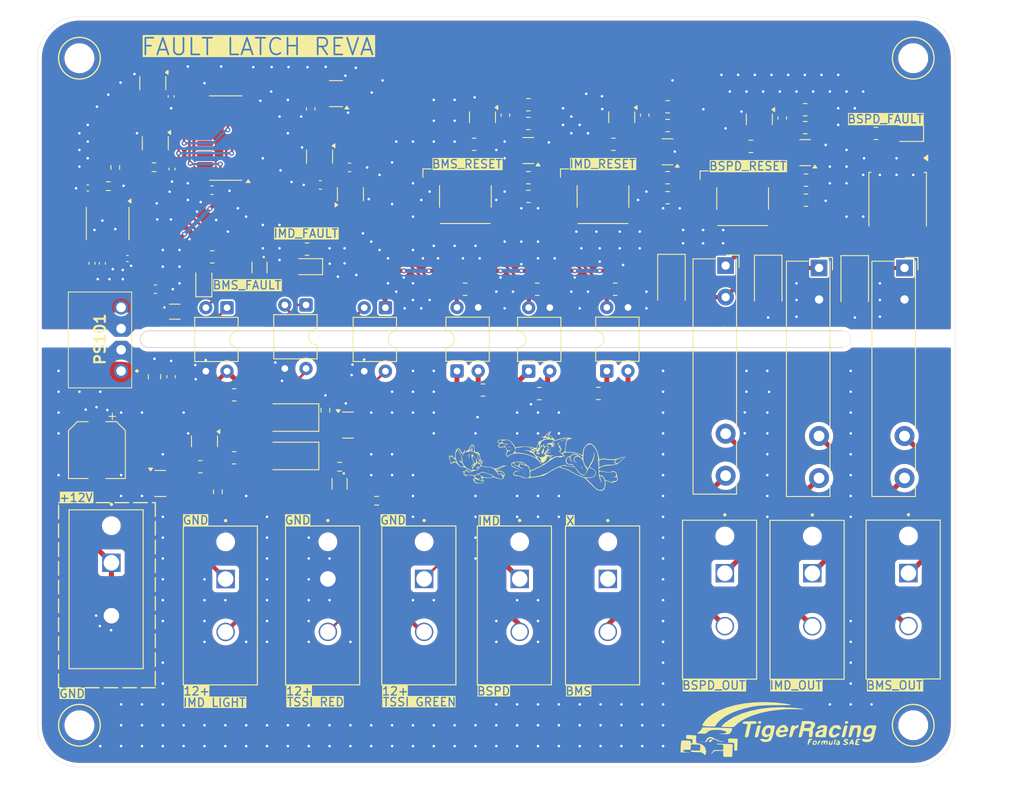
<source format=kicad_pcb>
(kicad_pcb (version 20241229) (generator "pcbnew") (generator_version "9.0")
  (layers (0 "F.Cu" signal) (2 "B.Cu" signal) (13 "F.Paste" user) (15 "B.Paste" user) (5 "F.SilkS" user "F.Silkscreen") (7 "B.SilkS" user "B.Silkscreen") (1 "F.Mask" user) (3 "B.Mask" user) (25 "Edge.Cuts" user))
  (net 0 "")
  (net 1 "Net-(Q101-C)")
  (net 2 "Net-(K103-Pad14)")
  (net 3 "+12V")
  (net 4 "Net-(Q102-B)")
  (net 5 "Net-(Q103-C)")
  (net 6 "Net-(Q110-C)")
  (net 7 "Net-(Q111-B)")
  (net 8 "Net-(D101-A)")
  (net 9 "Net-(D102-A)")
  (net 10 "+5V")
  (net 11 "/NIMD_LV")
  (net 12 "Net-(D104-K)")
  (net 13 "GND")
  (net 14 "/NBPSD_LV")
  (net 15 "/BMS_Green")
  (net 16 "Net-(D105-A)")
  (net 17 "Net-(D106-K)")
  (net 18 "Net-(D103-A)")
  (net 19 "/NBMS_LV")
  (net 20 "Net-(K101-Pad13)")
  (net 21 "Net-(K101-Pad14)")
  (net 22 "Net-(Q101-B)")
  (net 23 "Net-(D103-K)")
  (net 24 "/IMD_SR")
  (net 25 "/IMD_LED")
  (net 26 "Net-(K102-Pad14)")
  (net 27 "Net-(K102-Pad13)")
  (net 28 "Net-(K103-Pad13)")
  (net 29 "/NBMS_HV")
  (net 30 "Net-(Q104-B)")
  (net 31 "/NRESET_BMS")
  (net 32 "Net-(Q103-B)")
  (net 33 "/NRESET_IMD")
  (net 34 "GNDPWR")
  (net 35 "Net-(D107-K)")
  (net 36 "Net-(Q106-D)")
  (net 37 "/NRESET_BSPD")
  (net 38 "Net-(R101-Pad1)")
  (net 39 "Net-(Q107-D)")
  (net 40 "Net-(Q108-D)")
  (net 41 "Net-(Q110-B)")
  (net 42 "Net-(Q112-D)")
  (net 43 "Net-(U104-Pad4)")
  (net 44 "Net-(Q113-D)")
  (net 45 "Net-(Q113-G)")
  (net 46 "Net-(R102-Pad1)")
  (net 47 "Net-(R103-Pad1)")
  (net 48 "/IMD_HV")
  (net 49 "/BSPD_HV")
  (net 50 "Net-(R104-Pad2)")
  (net 51 "Net-(R112-Pad2)")
  (net 52 "Net-(R113-Pad1)")
  (net 53 "Net-(U118-CV)")
  (net 54 "/THRESH")
  (net 55 "Net-(R130-Pad1)")
  (net 56 "Net-(R133-Pad1)")
  (net 57 "/BMS_SR")
  (net 58 "Net-(R133-Pad2)")
  (net 59 "Net-(U107B-~{S})")
  (net 60 "/CLOCK")
  (net 62 "Net-(U106-Pad4)")
  (net 64 "Net-(Q105-D)")
  (net 68 "Net-(R122-Pad1)")
  (net 69 "Net-(U117-Pad4)")
  (footprint "Package_DIP:DIP-4_W7.62mm" (layer "F.Cu") (at 119.507 86.5845 90)
    (property "Reference" "U103" (hide yes))
    (property "Value" "SFH617A-1")
  )
  (footprint "LOGO" (layer "F.Cu") (at 149.822 131.072)
    (property "Reference" "G***" (hide yes))
    (property "Value" "LOGO" (hide yes))
  )
  (footprint "Diode_SMD:D_SMA" (layer "F.Cu") (at 167.2045 76.2595 -90)
    (property "Reference" "D104" (hide yes))
    (property "Value" "D_Schottky")
  )
  (footprint "Package_TO_SOT_SMD:SOT-23" (layer "F.Cu") (at 139.2625 56.15 -90)
    (property "Reference" "Q104" (hide yes))
    (property "Value" "Q_NPN_BEC")
  )
  (footprint "Package_TO_SOT_SMD:SOT-23-5" (layer "F.Cu") (at 83.322 59.272 -90)
    (property "Reference" "U119" (hide yes))
    (property "Value" "74AHC1G00")
  )
  (footprint "641964-1:TE_641964-1" (layer "F.Cu") (at 115.562 111.522 -90)
    (property "Reference" "U114" (hide yes))
    (property "Value" "641964-1")
  )
  (footprint "Resistor_SMD:R_0805_2012Metric_Pad1.20x1.40mm_HandSolder" (layer "F.Cu") (at 138.2625 59.4)
    (property "Reference" "R120" (hide yes))
    (property "Value" "1k")
  )
  (footprint "Diode_SMD:D_SMA" (layer "F.Cu") (at 99.422 92.172 180)
    (property "Reference" "D108" (hide yes))
    (property "Value" "D_Schottky")
  )
  (footprint "641964-1:TE_641964-1" (layer "F.Cu") (at 137.597 111.522 -90)
    (property "Reference" "U115" (hide yes))
    (property "Value" "641964-1")
  )
  (footprint "Resistor_SMD:R_0805_2012Metric_Pad1.20x1.40mm_HandSolder" (layer "F.Cu") (at 161.3625 63.7 180)
    (property "Reference" "R123" (hide yes))
    (property "Value" "10k")
  )
  (footprint "641964-1:TE_641964-1" (layer "F.Cu") (at 104.022 111.522 -90)
    (property "Reference" "U122" (hide yes))
    (property "Value" "641964-1")
  )
  (footprint "Resistor_SMD:R_0805_2012Metric_Pad1.20x1.40mm_HandSolder" (layer "F.Cu") (at 128.0625 54.65 180)
    (property "Reference" "R110" (hide yes))
    (property "Value" "100k")
  )
  (footprint "Resistor_SMD:R_0805_2012Metric_Pad1.20x1.40mm_HandSolder" (layer "F.Cu") (at 129.123131 76.7795 180)
    (property "Reference" "R109" (hide yes))
    (property "Value" "10k")
  )
  (footprint "Resistor_SMD:R_0603_1608Metric" (layer "F.Cu") (at 90.822 101.072 -90)
    (property "Reference" "R112" (hide yes))
    (property "Value" "500R")
  )
  (footprint "Resistor_SMD:R_0805_2012Metric_Pad1.20x1.40mm_HandSolder" (layer "F.Cu") (at 144.7625 63.4 180)
    (property "Reference" "R114" (hide yes))
    (property "Value" "10k")
  )
  (footprint "Resistor_SMD:R_0805_2012Metric_Pad1.20x1.40mm_HandSolder" (layer "F.Cu") (at 90.147 72.897)
    (property "Reference" "R116" (hide yes))
    (property "Value" "270R")
  )
  (footprint "Capacitor_SMD:C_0603_1608Metric_Pad1.08x0.95mm_HandSolder" (layer "F.Cu") (at 158.5125 56.25 90)
    (property "Reference" "C106" (hide yes))
    (property "Value" "10n")
  )
  (footprint "Capacitor_SMD:C_0603_1608Metric_Pad1.08x0.95mm_HandSolder" (layer "F.Cu") (at 85.222 87.272 -90)
    (property "Reference" "C115" (hide yes))
    (property "Value" "0.33u")
  )
  (footprint "641964-1:TE_641964-1" (layer "F.Cu") (at 127.022 111.522 -90)
    (property "Reference" "U116" (hide yes))
    (property "Value" "641964-1")
  )
  (footprint "Diode_SMD:D_SMA" (layer "F.Cu") (at 145.2245 76.1045 -90)
    (property "Reference" "D105" (hide yes))
    (property "Value" "D_Schottky")
  )
  (footprint "Resistor_SMD:R_0603_1608Metric" (layer "F.Cu") (at 103.722 91.272 -90)
    (property "Reference" "R128" (hide yes))
    (property "Value" "10k")
  )
  (footprint "Resistor_SMD:R_0805_2012Metric_Pad1.20x1.40mm_HandSolder" (layer "F.Cu") (at 92.772 89.447)
    (property "Reference" "R126" (hide yes))
    (property "Value" "10k")
  )
  (footprint "Package_DIP:DIP-4_W7.62mm" (layer "F.Cu") (at 128.097 86.6045 90)
    (property "Reference" "U102" (hide yes))
    (property "Value" "SFH617A-1")
  )
  (footprint "Button_Switch_SMD:SW_SPST_Omron_B3FS-100xP" (layer "F.Cu") (at 153.7625 65.9)
    (property "Reference" "SW103" (hide yes))
    (property "Value" "SW_Omron_B3FS")
  )
  (footprint "Resistor_SMD:R_0603_1608Metric" (layer "F.Cu") (at 78.522 62.172 90)
    (property "Reference" "R132" (hide yes))
    (property "Value" "100k")
  )
  (footprint "LED_SMD:LED_0805_2012Metric_Pad1.15x1.40mm_HandSolder" (layer "F.Cu") (at 101.522 74.072 180)
    (property "Reference" "D102" (hide yes))
    (property "Value" "RED")
  )
  (footprint "Resistor_SMD:R_0805_2012Metric_Pad1.20x1.40mm_HandSolder" (layer "F.Cu") (at 161.2625 55.25 180)
    (property "Reference" "R127" (hide yes))
    (property "Value" "100k")
  )
  (footprint "Diode_SMD:D_SMA" (layer "F.Cu") (at 156.8295 76.2095 -90)
    (property "Reference" "D106" (hide yes))
    (property "Value" "D_Schottky")
  )
  (footprint "LOGO" (layer "F.Cu") (at 128.295345 97.263897)
    (property "Reference" "G***" (hide yes))
    (property "Value" "LOGO" (hide yes))
  )
  (footprint "Capacitor_SMD:C_0402_1005Metric" (layer "F.Cu") (at 85.222 53.652 90)
    (property "Reference" "C110" (hide yes))
    (property "Value" "0.1u")
  )
  (footprint "Package_DIP:DIP-4_W7.62mm" (layer "F.Cu") (at 137.472 86.5845 90)
    (property "Reference" "U101" (hide yes))
    (property "Value" "SFH617A-1")
  )
  (footprint "Package_TO_SOT_SMD:SOT-523" (layer "F.Cu") (at 105.422 100.117 -90)
    (property "Reference" "Q113" (hide yes))
    (property "Value" "Q_PMOS_GSD")
  )
  (footprint "Package_TO_SOT_SMD:SOT-23" (layer "F.Cu") (at 161.2625 60.4 180)
    (property "Reference" "Q110" (hide yes))
    (property "Value" "Q_NPN_BEC")
  )
  (footprint "Capacitor_SMD:CP_Elec_6.3x5.4" (layer "F.Cu") (at 76.322 96.072 -90)
    (property "Reference" "C113" (hide yes))
    (property "Value" "47u")
  )
  (footprint "Resistor_SMD:R_0805_2012Metric_Pad1.20x1.40mm_HandSolder" (layer "F.Cu") (at 128.0625 56.9 180)
    (property "Reference" "R108" (hide yes))
    (property "Value" "1k")
  )
  (footprint "Capacitor_SMD:C_0603_1608Metric_Pad1.08x0.95mm_HandSolder" (layer "F.Cu") (at 125.3125 55.9 90)
    (property "Reference" "C101" (hide yes))
    (property "Value" "10n")
  )
  (footprint "Button_Switch_SMD:SW_SPST_Omron_B3FS-100xP" (layer "F.Cu") (at 137.0125 65.65)
    (property "Reference" "SW102" (hide yes))
    (property "Value" "SW_Omron_B3FS")
  )
  (footprint "Package_TO_SOT_SMD:SOT-23" (layer "F.Cu") (at 128.0625 60.15 180)
    (property "Reference" "Q101" (hide yes))
    (property "Value" "Q_NPN_BEC")
  )
  (footprint "MountingHole:MountingHole_3.2mm_M3" (layer "F.Cu") (at 174.222 49.072 -90)
    (property "Reference" "H104" (hide yes))
    (property "Value" "MountingHole" (hide yes))
  )
  (footprint "DC-DC:RI0505S" (layer "F.Cu") (at 79.222 86.582 90)
    (property "Reference" "PS101")
    (property "Value" "RI-1205S" (hide yes))
  )
  (footprint "Package_SO:SOIC-16_3.9x9.9mm_P1.27mm" (layer "F.Cu") (at 91.7625 58.65 180)
    (property "Reference" "U107" (hide yes))
    (property "Value" "74LS279")
  )
  (footprint "Capacitor_SMD:C_0603_1608Metric_Pad1.08x0.95mm_HandSolder" (layer "F.Cu") (at 101.9625 55.15 -90)
    (property "Reference" "C103" (hide yes))
    (property "Value" "100n")
  )
  (footprint "Package_TO_SOT_SMD:SOT-23-5" (layer "F.Cu") (at 106.722 65.372 90)
    (property "Reference" "U104" (hide yes))
    (property "Value" "74AHC1G00")
  )
  (footprint "MountingHole:MountingHole_3.2mm_M3" (layer "F.Cu") (at 74.222 129.072 -90)
    (property "Reference" "H102" (hide yes))
    (property "Value" "MountingHole" (hide yes))
  )
  (footprint "Resistor_SMD:R_0805_2012Metric_Pad1.20x1.40mm_HandSolder" (layer "F.Cu") (at 129.372 89.2995 180)
    (property "Reference" "R103" (hide yes))
    (property "Value" "2.2k")
  )
  (footprint "Capacitor_SMD:C_0402_1005Metric" (layer "F.Cu") (at 75.722 73.672 -90)
    (property "Reference" "C109" (hide yes))
    (property "Value" ".01u")
  )
  (footprint "Capacitor_SMD:C_0402_1005Metric" (layer "F.Cu") (at 75.225 64.625 180)
    (property "Reference" "C108" (hide yes))
    (property "Value" "0.1u")
  )
  (footprint "Resistor_SMD:R_0603_1608Metric" (layer "F.Cu") (at 83.172 62.147 180)
    (property "Reference" "R133" (hide yes))
    (property "Value" "10k")
  )
  (footprint "Package_TO_SOT_SMD:SOT-23" (layer "F.Cu") (at 106.422 93.072)
    (property "Reference" "Q112" (hide yes))
    (property "Value" "Q_NMOS_GSD")
  )
  (footprint "641964-1:TE_641964-1" (layer "F.Cu") (at 91.757 111.5345 -90)
    (property "Reference" "U108" (hide yes))
    (property "Value" "641964-1")
  )
  (footprint "641964-1:TE_641964-1" (layer "F.Cu") (at 78.057 109.5845 -90)
    (property "Reference" "U120" (hide yes))
    (property "Value" "641964-1")
  )
  (footprint "Resistor_SMD:R_0603_1608Metric" (layer "F.Cu") (at 77.7 64.415)
    (property "Reference" "R131" (hide yes))
    (property "Value" "15k")
  )
  (footprint "Capacitor_SMD:C_0603_1608Metric_Pad1.08x0.95mm_HandSolder" (layer "F.Cu") (at 103.122 64.272 180)
    (property "Reference" "C104" (hide yes))
    (property "Value" "100n")
  )
  (footprint "Resistor_SMD:R_0805_2012Metric_Pad1.20x1.40mm_HandSolder" (layer "F.Cu") (at 161.2625 57.4 180)
    (property "Reference" "R124" (hide yes))
    (property "Value" "1k")
  )
  (footprint "Package_DIP:DIP-4_W7.62mm" (layer "F.Cu") (at 91.922 78.992 -90)
    (property "Reference" "U110" (hide yes))
    (property "Value" "SFH617A-1")
  )
  (footprint "Package_TO_SOT_SMD:SOT-23" (layer "F.Cu") (at 89.222 95.022 -90)
    (property "Reference" "Q105" (hide yes))
    (property "Value" "Q_NMOS_GSD")
  )
  (footprint "641964-1:TE_641964-1" (layer "F.Cu") (at 162.122 110.847 -90)
    (property "Reference" "U112" (hide yes))
    (property "Value" "641964-1")
  )
  (footprint "Resistor_SMD:R_0805_2012Metric_Pad1.20x1.40mm_HandSolder" (layer "F.Cu") (at 161.3625 66.1)
    (property "Reference" "R122" (hide yes))
    (property "Value" "100k")
  )
  (footprint "Package_TO_SOT_SMD:SOT-523" (layer "F.Cu") (at 85.667 79.472)
    (property "Reference" "Q108" (hide yes))
    (property "Value" "Q_PMOS_GSD")
  )
  (footprint "Resistor_SMD:R_0805_2012Metric_Pad1.20x1.40mm_HandSolder" (layer "F.Cu") (at 144.7625 54.9 180)
    (property "Reference" "R119" (hide yes))
    (property "Value" "100k")
  )
  (footprint "Capacitor_SMD:C_0603_1608Metric_Pad1.08x0.95mm_HandSolder" (layer "F.Cu") (at 106.622 62.172)
    (property "Reference" "C102" (hide yes))
    (property "Value" "100n")
  )
  (footprint "Resistor_SMD:R_0603_1608Metric" (layer "F.Cu") (at 105.422 98.072)
    (property "Reference" "R134" (hide yes))
    (property "Value" "10k")
  )
  (footprint "Package_SO:SOIC-8_3.9x4.9mm_P1.27mm" (layer "F.Cu") (at 77.61 68.905 -90)
    (property "Reference" "U118" (hide yes))
    (property "Value" "LM555xM")
  )
  (footprint "Package_TO_SOT_SMD:SOT-23" (layer "F.Cu") (at 144.7625 60.3 180)
    (property "Reference" "Q103" (hide yes))
    (property "Value" "Q_NPN_BEC")
  )
  (footprint "Relay_THT:Relay_SPST-NO_Fujitsu_FTR-LYAA005x_FormA_Vertical" (layer "F.Cu") (at 173.177 74.227 -90)
    (property "Reference" "K101" (hide yes))
    (property "Value" "Fujitsu_FTR-LYAA005x")
  )
  (footprint "LOGO" (layer "F.Cu") (at 158.022 129.672)
    (property "Reference" "G***" (hide yes))
    (property "Value" "LOGO" (hide yes))
  )
  (footprint "Resistor_SMD:R_0805_2012Metric_Pad1.20x1.40mm_HandSolder" (layer "F.Cu") (at 121.5625 59.4)
    (property "Reference" "R111" (hide yes))
    (property "Value" "1k")
  )
  (footprint "LED_SMD:LED_0805_2012Metric_Pad1.15x1.40mm_HandSolder" (layer "F.Cu") (at 173.5975 58.09 180)
    (property "Reference" "D103" (hide yes))
    (property "Value" "RED")
  )
  (footprint "641964-1:TE_641964-1" (layer "F.Cu") (at 151.629465 110.83634 -90)
    (property "Reference" "U113" (hide yes))
    (property "Value" "641964-1")
  )
  (footprint "Resistor_SMD:R_0805_2012Metric_Pad1.20x1.40mm_HandSolder" (layer "F.Cu") (at 144.7625 65.8)
    (property "Reference" "R113" (hide yes))
    (property "Value" "100k")
  )
  (footprint "Capacitor_SMD:C_0603_1608Metric_Pad1.08x0.95mm_HandSolder" (layer "F.Cu") (at 83.3345 76.772 180)
    (property "Reference" "C116" (hide yes))
    (property "Value" "100n")
  )
  (footprint "Capacitor_SMD:C_0603_1608Metric_Pad1.08x0.95mm_HandSolder" (layer "F.Cu") (at 142.0125 55.9 90)
    (property "Reference" "C105" (hide yes))
    (property "Value" "10n")
  )
  (footprint "Capacitor_SMD:C_0402_1005Metric" (layer "F.Cu") (at 85.322 62.372 90)
    (property "Reference" "C112" (hide yes))
    (property "Value" "0.1u")
  )
  (footprint "Resistor_SMD:R_0805_2012Metric_Pad1.20x1.40mm_HandSolder" (layer "F.Cu") (at 92.772 96.997)
    (property "Reference" "R125" (hide yes))
    (property "Value" "10k")
  )
  (footprint "Relay_THT:Relay_SPST-NO_Fujitsu_FTR-LYAA005x_FormA_Vertical" (layer "F.Cu") (at 151.7245 73.9445 -90)
    (property "Reference" "K102" (hide yes))
    (property "Value" "Fujitsu_FTR-LYAA005x")
  )
  (footprint "Capacitor_SMD:C_0603_1608Metric_Pad1.08x0.95mm_HandSolder" (layer "F.Cu") (at 90.121594 64.899503)
    (property "Reference" "C117" (hide yes))
    (property "Value" "100n")
  )
  (footprint "Package_TO_SOT_SMD:SOT-23-5" (layer "F.Cu") (at 104.9925 53.3225 180)
    (property "Reference" "U106" (hide yes))
    (property "Value" "74AHC1G00")
  )
  (footprint "Resistor_SMD:R_0805_2012Metric_Pad1.20x1.40mm_HandSolder" (layer "F.Cu") (at 128.0625 65.65)
    (property "Reference" "R101" (hide yes))
    (property "Value" "100k")
  )
  (footprint "Package_TO_SOT_SMD:SOT-23" (layer "F.Cu") (at 83.922 100.072)
    (property "Reference" "Q106" (hide yes))
    (property "Value" "Q_NMOS_GSD")
  )
  (footprint "Package_DIP:DIP-4_W7.62mm" (layer "F.Cu") (at 101.397 78.667 -90)
    (property "Reference" "U109" (hide yes))
    (property "Value" "SFH617A-1")
  )
  (footprint "Resistor_SMD:R_0805_2012Metric_Pad1.20x1.40mm_HandSolder" (layer "F.Cu") (at 154.7625 59.65)
    (property "Reference" "R129" (hide yes))
    (property "Value" "1k")
  )
  (footprint "Button_Switch_SMD:SW_SPST_Omron_B3FS-100xP" (layer "F.Cu") (at 120.5125 65.65)
    (property "Reference" "SW101" (hide yes))
    (property "Value" "SW_Omron_B3FS")
  )
  (footprint "Relay_THT:Relay_SPST-NO_Fujitsu_FTR-LYAA005x_FormA_Vertical" (layer "F.Cu") (at 162.927 74.227 -90)
    (property "Reference" "K103" (hide yes))
    (property "Value" "Fujitsu_FTR-LYAA005x")
  )
  (footprint "Resistor_SMD:R_0805_2012Metric_Pad1.20x1.40mm_HandSolder" (layer "F.Cu") (at 101.522 71.972)
    (property "Reference" "R117" (hide yes))
    (property "Value" "270R")
  )
  (footprint "Capacitor_SMD:C_0402_1005Metric" (layer "F.Cu") (at 76.97 73.672 90)
    (property "Reference" "C111" (hide yes))
    (property "Value" "22u")
  )
  (footprint "Package_TO_SOT_SMD:SOT-23-5" (layer "F.Cu") (at 83.022 52.072 -90)
    (property "Reference" "U117" (hide yes))
    (property "Value" "74AHC1G00")
  )
  (footprint "Resistor_SMD:R_0805_2012Metric_Pad1.20x1.40mm_HandSolder" (layer "F.Cu") (at 144.7625 57.15 180)
    (property "Reference" "R115" (hide yes))
    (property "Value" "1k")
  )
  (footprint "Resistor_SMD:R_0805_2012Metric_Pad1.20x1.40mm_HandSolder" (layer "F.Cu") (at 136.472 89.2795 180)
    (property "Reference" "R102" (hide yes))
    (property "Value" "10k")
  )
  (footprint "Diode_SMD:D_SMA" (layer "F.Cu") (at 99.422 96.772 180)
    (property "Reference" "D107" (hide yes))
    (property "Value" "D_Schottky")
  )
  (footprint "MountingHole:MountingHole_3.2mm_M3" (layer "F.Cu") (at 174.222 129.072 -90)
    (property "Reference" "H103" (hide yes))
    (property "Value" "MountingHole" (hide yes))
  )
  (footprint "Package_TO_SOT_SMD:TO-252-2" (layer "F.Cu") (at 172.35 66.08 -90)
    (property "Reference" "Q109" (hide yes))
    (property "Value" "Q_NMOS_GDS")
  )
  (footprint "Package_TO_SOT_SMD:SOT-23-5" (layer "F.Cu") (at 103.022 60.872 -90)
    (property "Reference" "U105" (hide yes))
    (property "Value" "74AHC1G00")
  )
  (footprint "Resistor_SMD:R_0805_2012Metric_Pad1.20x1.40mm_HandSolder" (layer "F.Cu") (at 169.7475 58.09 180)
    (property "Reference" "R118" (hide yes))
    (property "Value" "270R")
  )
  (footprint "Package_DIP:DIP-4_W7.62mm" (layer "F.Cu") (at 110.922 78.992 -90)
    (property "Reference" "U121" (hide yes))
    (property "Value" "SFH617A-1")
  )
  (footprint "Resistor_SMD:R_0805_2012Metric_Pad1.20x1.40mm_HandSolder" (layer "F.Cu") (at 88.722 98.072 180)
    (property "Reference" "R121" (hide yes))
    (property "Value" "10k")
  )
  (footprint "Resistor_SMD:R_0805_2012Metric_Pad1.20x1.40mm_HandSolder" (layer "F.Cu") (at 128.0625 63.4 180)
    (property "Reference" "R105" (hide yes))
    (property "Value" "10k")
  )
  (footprint "Capacitor_SMD:C_0805_2012Metric_Pad1.18x1.45mm_HandSolder" (layer "F.Cu") (at 83.222 87.272 -90)
    (property "Reference" "C114" (hide yes))
    (property "Value" "1u")
  )
  (footprint "Resistor_SMD:R_0805_2012Metric_Pad1.20x1.40mm_HandSolder" (layer "F.Cu") (at 120.472 76.7795 180)
    (property "Reference" "R107" (hide yes))
    (property "Value" "10k")
  )
  (footprint "Resistor_SMD:R_0805_2012Metric_Pad1.20x1.40mm_HandSolder" (layer "F.Cu") (at 138.472 76.7795 180)
    (property "Reference" "R106" (hide yes))
    (property "Value" "10k")
  )
  (footprint "Package_TO_SOT_SMD:SOT-523" (layer "F.Cu") (at 95.822 74.172 -90)
    (property "Reference" "Q107" (hide yes))
    (property "Value" "Q_PMOS_GSD")
  )
  (footprint "MountingHole:MountingHole_3.2mm_M3" (layer "F.Cu") (at 74.222 49.072 -90)
    (property "Reference" "H101" (hide yes))
    (property "Value" "MountingHole" (hide yes))
  )
  (footprint "Package_TO_SOT_SMD:SOT-23" (layer "F.Cu") (at 122.5625 56.15 -90)
    (property "Reference" "Q102" (hide yes))
    (property "Value" "Q_NPN_BEC")
  )
  (footprint "641964-1:TE_641964-1" (layer "F.Cu") (at 173.647 110.822 -90)
    (property "Reference" "U111" (hide yes))
    (property "Value" "641964-1")
  )
  (footprint "Package_TO_SOT_SMD:SOT-23" (layer "F.Cu") (at 155.7625 56.4 -90)
    (property "Reference" "Q111" (hide yes))
    (property "Value" "Q_NPN_BEC")
  )
  (footprint "Capacitor_SMD:C_0402_1005Metric" (layer "F.Cu") (at 79.975 73.1)
    (property "Reference" "C107" (hide yes))
    (property "Value" "1u")
  )
  (footprint "LED_SMD:LED_0805_2012Metric_Pad1.15x1.40mm_HandSolder" (layer "F.Cu") (at 89.147 75.822 90)
    (property "Reference" "D101" (hide yes))
    (property "Value" "RED")
  )
  (footprint "Resistor_SMD:R_0603_1608Metric" (layer "F.Cu") (at 109.872 102.147 180)
    (property "Reference" "R130" (hide yes))
    (property "Value" "270R")
  )
  (footprint "Resistor_SMD:R_0805_2012Metric_Pad1.20x1.40mm_HandSolder" (layer "F.Cu") (at 122.622 88.872 180)
    (property "Reference" "R104" (hide yes))
    (property "Value" "10k")
  )
  (gr_rect (start 71.722 102.372) (end 83.322 124.572) (stroke (width 0.15) (type dash)) (fill no) (layer "F.SilkS"))
  (gr_circle (center 74.222 129.072) (end 76.722 129.072) (stroke (width 0.1524)) (fill no) (layer "F.SilkS"))
  (gr_circle (center 74.222 49.072) (end 76.722 49.072) (stroke (width 0.1524)) (fill no) (layer "F.SilkS"))
  (gr_circle (center 174.222 129.072) (end 176.722 129.072) (stroke (width 0.1524)) (fill no) (layer "F.SilkS"))
  (gr_circle (center 174.222 49.072) (end 176.722 49.072) (stroke (width 0.1524)) (fill no) (layer "F.SilkS"))
  (gr_arc (start 69.222 49.072) (mid 70.686466 45.536466) (end 74.222 44.072) (stroke (width 0.0381)) (layer "Edge.Cuts"))
  (gr_arc (start 174.222 44.072) (mid 177.757534 45.536466) (end 179.222 49.072) (stroke (width 0.0381)) (layer "Edge.Cuts"))
  (gr_line (start 174.222 134.072) (end 74.222 134.072) (stroke (width 0.0381)) (layer "Edge.Cuts"))
  (gr_line (start 69.222 129.072) (end 69.222 49.072) (stroke (width 0.0381)) (layer "Edge.Cuts"))
  (gr_line (start 179.222 49.072) (end 179.222 129.072) (stroke (width 0.0381)) (layer "Edge.Cuts"))
  (gr_arc (start 165.722 81.772) (mid 166.722 82.772) (end 165.722 83.772) (stroke (width 0.0381)) (layer "Edge.Cuts"))
  (gr_line (start 82.522 83.772) (end 83.722 83.772) (stroke (width 0.1)) (layer "Edge.Cuts"))
  (gr_arc (start 82.522 83.772) (mid 81.522 82.772) (end 82.522 81.772) (stroke (width 0.1)) (layer "Edge.Cuts"))
  (gr_line (start 74.222 44.072) (end 174.222 44.072) (stroke (width 0.0381)) (layer "Edge.Cuts"))
  (gr_arc (start 179.222 129.072) (mid 177.757534 132.607534) (end 174.222 134.072) (stroke (width 0.0381)) (layer "Edge.Cuts"))
  (gr_arc (start 74.222 134.072) (mid 70.686466 132.607534) (end 69.222 129.072) (stroke (width 0.0381)) (layer "Edge.Cuts"))
  (gr_line (start 83.722 83.772) (end 165.722 83.772) (stroke (width 0.1)) (layer "Edge.Cuts"))
  (gr_line (start 83.722 81.772) (end 82.522 81.772) (stroke (width 0.1)) (layer "Edge.Cuts"))
  (gr_line (start 165.722 81.772) (end 83.722 81.772) (stroke (width 0.1)) (layer "Edge.Cuts"))
  (gr_text "BMS_OUT" (at 168.522 124.872 0) (layer "F.SilkS" knockout) (effects (font (size 1 1)) (justify left bottom)))
  (gr_text "BSPD_RESET" (at 149.6625 62.6 0) (layer "F.SilkS" knockout) (effects (font (size 1 1)) (justify left bottom)))
  (gr_text "IMD_RESET" (at 132.9125 62.35 0) (layer "F.SilkS" knockout) (effects (font (size 1 1)) (justify left bottom)))
  (gr_text "BSPD_FAULT" (at 166.247865 56.957327 0) (layer "F.SilkS" knockout) (effects (font (size 1 1)) (justify left bottom)))
  (gr_text "IMD_OUT" (at 156.922 124.872 0) (layer "F.SilkS" knockout) (effects (font (size 1 1)) (justify left bottom)))
  (gr_text "BMS" (at 132.422 125.572 0) (layer "F.SilkS" knockout) (effects (font (size 1 1)) (justify left bottom)))
  (gr_text "BSPD_OUT" (at 146.422 124.872 0) (layer "F.SilkS" knockout) (effects (font (size 1 1)) (justify left bottom)))
  (gr_text "GND" (at 71.722 125.872 0) (layer "F.SilkS" knockout) (effects (font (size 1 1)) (justify left bottom)))
  (gr_text "FAULT LATCH REVA" (at 81.522 48.872 0) (layer "F.SilkS" knockout) (effects (font (size 2 2) (thickness 0.2) (bold yes)) (justify left bottom)))
  (gr_text "12+" (at 98.922 125.572 0) (layer "F.SilkS" knockout) (effects (font (size 1 1)) (justify left bottom)))
  (gr_text "BMS_RESET" (at 116.4125 62.35 0) (layer "F.SilkS" knockout) (effects (font (size 1 1)) (justify left bottom)))
  (gr_text "+12V" (at 71.722 102.372 0) (layer "F.SilkS" knockout) (effects (font (size 1 1)) (justify left bottom)))
  (gr_text "12+" (at 110.422 125.572 0) (layer "F.SilkS" knockout) (effects (font (size 1 1)) (justify left bottom)))
  (gr_text "IMD LIGHT\n" (at 86.574611 126.941955 0) (layer "F.SilkS" knockout) (effects (font (size 1 1)) (justify left bottom)))
  (gr_text "IMD_FAULT" (at 97.422 70.672 0) (layer "F.SilkS" knockout) (effects (font (size 1 1)) (justify left bottom)))
  (gr_text "TSSI GREEN\n" (at 110.522 126.872 0) (layer "F.SilkS" knockout) (effects (font (size 1 1)) (justify left bottom)))
  (gr_text "IMD" (at 121.942 105.172 0) (layer "F.SilkS" knockout) (effects (font (size 1 1)) (justify left bottom)))
  (gr_text "BMS_FAULT" (at 90.122 76.872 0) (layer "F.SilkS" knockout) (effects (font (size 1 1)) (justify left bottom)))
  (gr_text "BSPD" (at 121.822 125.572 0) (layer "F.SilkS" knockout) (effects (font (size 1 1)) (justify left bottom)))
  (gr_text "12+" (at 86.622 125.572 0) (layer "F.SilkS" knockout) (effects (font (size 1 1)) (justify left bottom)))
  (gr_text "GND\n" (at 98.772227 105.070755 0) (layer "F.SilkS" knockout) (effects (font (size 1 1)) (justify left bottom)))
  (gr_text "GND\n" (at 110.222 105.072 0) (layer "F.SilkS" knockout) (effects (font (size 1 1)) (justify left bottom)))
  (gr_text "GND\n" (at 86.535096 105.070755 0) (layer "F.SilkS" knockout) (effects (font (size 1 1)) (justify left bottom)))
  (gr_text "TSSI RED" (at 99.022 126.872 0) (layer "F.SilkS" knockout) (effects (font (size 1 1)) (justify left bottom)))
  (gr_text "X" (at 132.517 105.172 0) (layer "F.SilkS" knockout) (effects (font (size 1 1)) (justify left bottom)))
  (segment (start 125.45 56.9) (end 125.3125 56.7625) (width 0.3) (layer "F.Cu") (net 1))
  (segment (start 127.125 56.9625) (end 127.0625 56.9) (width 0.3) (layer "F.Cu") (net 1))
  (segment (start 127.0625 60.0875) (end 127.125 60.15) (width 0.3) (layer "F.Cu") (net 1))
  (segment (start 127.0625 56.9) (end 127.0625 60.0875) (width 0.3) (layer "F.Cu") (net 1))
  (segment (start 126.925 56.7625) (end 127.0625 56.9) (width 0.3) (layer "F.Cu") (net 1))
  (segment (start 127.0625 56.9) (end 125.45 56.9) (width 0.3) (layer "F.Cu") (net 1))
  (segment (start 162.122 117.197) (end 160.022 115.097) (width 0.6) (layer "F.Cu") (net 2))
  (segment (start 160.022 115.097) (end 160.022 102.332) (width 0.6) (layer "F.Cu") (net 2))
  (segment (start 160.022 102.332) (end 162.927 99.427) (width 0.6) (layer "F.Cu") (net 2))
  (segment (start 134.022 121.072) (end 134.022 90.7295) (width 0.6) (layer "F.Cu") (net 3))
  (segment (start 91.772 98.997) (end 93.847 98.997) (width 0.6) (layer "F.Cu") (net 3))
  (segment (start 88.222 122.672) (end 78.057 112.507) (width 0.6) (layer "F.Cu") (net 3))
  (segment (start 108.122 122.672) (end 132.422 122.672) (width 0.6) (layer "F.Cu") (net 3))
  (segment (start 83.397 88.1345) (end 83.222 88.3095) (width 0.6) (layer "F.Cu") (net 3))
  (segment (start 91.747 89.472) (end 91.772 89.447) (width 0.6) (layer "F.Cu") (net 3))
  (segment (start 91.772 91.397) (end 91.747 91.422) (width 0.6) (layer "F.Cu") (net 3))
  (segment (start 135.597 89.4045) (end 135.472 89.2795) (width 0.6) (layer "F.Cu") (net 3))
  (segment (start 98.722 103.872) (end 104.377 98.217) (width 0.6) (layer "F.Cu") (net 3))
  (segment (start 76.322 107.872) (end 78.0345 109.5845) (width 0.6) (layer "F.Cu") (net 3))
  (segment (start 99.922 122.672) (end 108.122 122.672) (width 0.6) (layer "F.Cu") (net 3))
  (segment (start 83.222 92.872) (end 79.522 96.572) (width 0.6) (layer "F.Cu") (net 3))
  (segment (start 134.022 90.7295) (end 135.472 89.2795) (width 0.6) (layer "F.Cu") (net 3))
  (segment (start 108.122 122.672) (end 109.047 122.672) (width 0.6) (layer "F.Cu") (net 3))
  (segment (start 89.897 98.072) (end 90.822 98.997) (width 0.5) (layer "F.Cu") (net 3))
  (segment (start 98.722 105.972) (end 98.722 103.872) (width 0.6) (layer "F.Cu") (net 3))
  (segment (start 91.772 98.997) (end 90.822 98.997) (width 0.6) (layer "F.Cu") (net 3))
  (segment (start 132.422 122.672) (end 134.022 121.072) (width 0.6) (layer "F.Cu") (net 3))
  (segment (start 109.047 122.672) (end 109.047 102.147) (width 0.6) (layer "F.Cu") (net 3))
  (segment (start 104.377 98.217) (end 104.597 98.217) (width 0.6) (layer "F.Cu") (net 3))
  (segment (start 79.522 96.572) (end 76.322 99.772) (width 0.6) (layer "F.Cu") (net 3))
  (segment (start 83.222 88.3095) (end 83.222 92.872) (width 0.6) (layer "F.Cu") (net 3))
  (segment (start 104.597 98.217) (end 104.597 99.147) (width 0.6) (layer "F.Cu") (net 3))
  (segment (start 90.822 98.997) (end 90.822 100.247) (width 0.5) (layer "F.Cu") (net 3))
  (segment (start 89.722 98.072) (end 89.897 98.072) (width 0.5) (layer "F.Cu") (net 3))
  (segment (start 91.747 98.972) (end 91.772 98.997) (width 0.6) (layer "F.Cu") (net 3))
  (segment (start 98.722 105.972) (end 98.722 122.672) (width 0.6) (layer "F.Cu") (net 3))
  (segment (start 91.747 91.422) (end 91.747 98.972) (width 0.6) (layer "F.Cu") (net 3))
  (segment (start 104.597 99.147) (end 104.922 99.472) (width 0.6) (layer "F.Cu") (net 3))
  (segment (start 85.222 88.1345) (end 83.397 88.1345) (width 0.6) (layer "F.Cu") (net 3))
  (segment (start 99.922 122.672) (end 88.222 122.672) (width 0.6) (layer "F.Cu") (net 3))
  (segment (start 78.0345 109.5845) (end 78.057 109.5845) (width 0.6) (layer "F.Cu") (net 3))
  (segment (start 91.772 89.447) (end 91.772 91.397) (width 0.6) (layer "F.Cu") (net 3))
  (segment (start 76.322 99.772) (end 76.322 107.872) (width 0.6) (layer "F.Cu") (net 3))
  (segment (start 93.847 98.997) (end 98.722 103.872) (width 0.6) (layer "F.Cu") (net 3))
  (segment (start 78.057 112.507) (end 78.057 109.5845) (width 0.6) (layer "F.Cu") (net 3))
  (segment (start 98.722 122.672) (end 99.922 122.672) (width 0.6) (layer "F.Cu") (net 3))
  (segment (start 125.1375 55.2125) (end 125.3125 55.0375) (width 0.3) (layer "F.Cu") (net 4))
  (segment (start 127.0625 54.65) (end 125.7 54.65) (width 0.5) (layer "F.Cu") (net 4))
  (segment (start 125.7 54.65) (end 125.3125 55.0375) (width 0.5) (layer "F.Cu") (net 4))
  (segment (start 123.6875 55.0375) (end 123.5125 55.2125) (width 0.3) (layer "F.Cu") (net 4))
  (segment (start 125.3125 55.0375) (end 123.6875 55.0375) (width 0.3) (layer "F.Cu") (net 4))
  (segment (start 143.375 56.7625) (end 143.7625 57.15) (width 0.5) (layer "F.Cu") (net 5))
  (segment (start 143.7625 57.15) (end 143.7625 57.3875) (width 0.3) (layer "F.Cu") (net 5))
  (segment (start 143.825 57.45) (end 143.825 60.3) (width 0.3) (layer "F.Cu") (net 5))
  (segment (start 143.7625 57.3875) (end 143.825 57.45) (width 0.3) (layer "F.Cu") (net 5))
  (segment (start 142.0125 56.7625) (end 143.375 56.7625) (width 0.5) (layer "F.Cu") (net 5))
  (segment (start 143.825 57.2125) (end 143.7625 57.15) (width 0.3) (layer "F.Cu") (net 5))
  (segment (start 160.2625 60.3375) (end 160.325 60.4) (width 0.3) (layer "F.Cu") (net 6))
  (segment (start 160.2625 57.4) (end 158.8 57.4) (width 0.3) (layer "F.Cu") (net 6))
  (segment (start 158.8 57.4) (end 158.5125 57.1125) (width 0.3) (layer "F.Cu") (net 6))
  (segment (start 160.325 57.4625) (end 160.2625 57.4) (width 0.3) (layer "F.Cu") (net 6))
  (segment (start 160.2625 57.4) (end 160.2625 60.3375) (width 0.3) (layer "F.Cu") (net 6))
  (segment (start 158.4375 55.4625) (end 158.5125 55.3875) (width 0.5) (layer "F.Cu") (net 7))
  (segment (start 160.05 55.4625) (end 160.2625 55.25) (width 0.3) (layer "F.Cu") (net 7))
  (segment (start 160.125 55.3875) (end 160.2625 55.25) (width 0.5) (layer "F.Cu") (net 7))
  (segment (start 156.7125 55.4625) (end 158.4375 55.4625) (width 0.5) (layer "F.Cu") (net 7))
  (segment (start 158.5125 55.3875) (end 160.125 55.3875) (width 0.5) (layer "F.Cu") (net 7))
  (segment (start 89.147 72.897) (end 89.147 74.797) (width 0.5) (layer "F.Cu") (net 8))
  (segment (start 100.522 74.047) (end 100.497 74.072) (width 0.5) (layer "F.Cu") (net 9))
  (segment (start 100.522 71.972) (end 100.522 74.047) (width 0.5) (layer "F.Cu") (net 9))
  (segment (start 75.705 64.77) (end 75.71 64.765) (width 0.5) (layer "F.Cu") (net 10))
  (segment (start 147.275 67.9) (end 147.622 67.9) (width 0.5) (layer "F.Cu") (net 10))
  (segment (start 76.264 62.83) (end 77.07 62.83) (width 0.5) (layer "F.Cu") (net 10))
  (segment (start 89.259094 64.999502) (end 90.626796 66.367204) (width 0.5) (layer "F.Cu") (net 10))
  (segment (start 164.34 58.09) (end 167.322 58.09) (width 0.5) (layer "F.Cu") (net 10))
  (segment (start 130.622 67.9) (end 131.022 67.5) (width 0.5) (layer "F.Cu") (net 10))
  (segment (start 97.161 74.211) (end 99.372 76.422) (width 0.3) (layer "F.Cu") (net 10))
  (segment (start 105.722 56.772) (end 105.122 56.772) (width 0.5) (layer "F.Cu") (net 10))
  (segment (start 77.145 61.347) (end 78.522 61.347) (width 0.5) (layer "F.Cu") (net 10))
  (segment (start 89.2875 63.095) (end 89.2875 64.871097) (width 0.5) (layer "F.Cu") (net 10))
  (segment (start 79.515 73.15) (end 79.51 73.155) (width 0.5) (layer "F.Cu") (net 10))
  (segment (start 78.522 61.347) (end 80.422 63.247) (width 0.5) (layer "F.Cu") (net 10))
  (segment (start 75.423 77.273) (end 75.373058 77.273) (width 0.5) (layer "F.Cu") (net 10))
  (segment (start 85.322 60.672) (end 85.0595 60.4095) (width 0.5) (layer "F.Cu") (net 10))
  (segment (start 105.122 56.772) (end 103.855 55.505) (width 0.5) (layer "F.Cu") (net 10))
  (segment (start 129.425 67.9) (end 130.622 67.9) (width 0.5) (layer "F.Cu") (net 10))
  (segment (start 79.222 78.962) (end 79.222 78.072) (width 0.5) (layer "F.Cu") (net 10))
  (segment (start 94.692 72.897) (end 95.322 73.527) (width 0.5) (layer "F.Cu") (net 10))
  (segment (start 106.722 70.572) (end 102.622 70.572) (width 0.5) (layer "F.Cu") (net 10))
  (segment (start 153.652 67.9) (end 153.594 67.9) (width 0.5) (layer "F.Cu") (net 10))
  (segment (start 116.5125 67.9) (end 117.922 67.9) (width 0.5) (layer "F.Cu") (net 10))
  (segment (start 137.2645 74.572) (end 139.472 76.7795) (width 0.5) (layer "F.Cu") (net 10))
  (segment (start 102.622 70.572) (end 102.522 70.672) (width 0.5) (layer "F.Cu") (net 10))
  (segment (start 145.2245 74.1045) (end 145.2245 70.0025) (width 0.5) (layer "F.Cu") (net 10))
  (segment (start 91.147 72.897) (end 94.692 72.897) (width 0.5) (layer "F.Cu") (net 10))
  (segment (start 127.915631 74.572) (end 130.123131 76.7795) (width 0.5) (layer "F.Cu") (net 10))
  (segment (start 80.678161 52.072) (end 77.07 55.680161) (width 0.3) (layer "F.Cu") (net 10))
  (segment (start 85.322 61.892) (end 85.322 60.672) (width 0.5) (layer "F.Cu") (net 10))
  (segment (start 82.472 64.322) (end 83.122 63.672) (width 0.5) (layer "F.Cu") (net 10))
  (segment (start 153.482 72.187) (end 151.7245 73.9445) (width 0.5) (layer "F.Cu") (net 10))
  (segment (start 75.373058 77.273) (end 73.921 75.820942) (width 0.5) (layer "F.Cu") (net 10))
  (segment (start 73.822 69.6925) (end 75.705 67.8095) (width 0.5) (layer "F.Cu") (net 10))
  (segment (start 147.622 67.9) (end 153.652 67.9) (width 0.5) (layer "F.Cu") (net 10))
  (segment (start 106.322 60.372) (end 105.7595 60.9345) (width 0.5) (layer "F.Cu") (net 10))
  (segment (start 82.472 70.672) (end 82.472 64.322) (width 0.5) (layer "F.Cu") (net 10))
  (segment (start 164.544 68.15) (end 167.322 65.372) (width 0.5) (layer "F.Cu") (net 10))
  (segment (start 103.9845 64.272) (end 105.7345 64.272) (width 0.5) (layer "F.Cu") (net 10))
  (segment (start 102.622 70.572) (end 94.831592 70.572) (width 0.5) (layer "F.Cu") (net 10))
  (segment (start 137.2625 57.5125) (end 137.2625 59.4) (width 0.5) (layer "F.Cu") (net 10))
  (segment (start 83.181212 61.500288) (end 84.272 60.4095) (width 0.3) (layer "F.Cu") (net 10))
  (segment (start 80.422 63.247) (end 80.422 67.872) (width 0.5) (layer "F.Cu") (net 10))
  (segment (start 79.495 73.1) (end 79.495 71.4) (width 0.5) (layer "F.Cu") (net 10))
  (segment (start 147.622 57.15) (end 148.9 57.15) (width 0.5) (layer "F.Cu") (net 10))
  (segment (start 79.222 78.072) (end 78.422 77.272) (width 0.5) (layer "F.Cu") (net 10))
  (segment (start 133.902 54.152) (end 129.5605 54.152) (width 0.5) (layer "F.Cu") (net 10))
  (segment (start 136.322 67.9) (end 143.122 67.9) (width 0.5) (layer "F.Cu") (net 10))
  (segment (start 79.495 71.4) (end 79.515 71.38) (width 0.5) (layer "F.Cu") (net 10))
  (segment (start 84.272 60.4095) (end 84.3345 60.472) (width 0.5) (layer "F.Cu") (net 10))
  (segment (start 78.422 77.272) (end 75.424 77.272) (width 0.5) (layer "F.Cu") (net 10))
  (segment (start 82.472 76.772) (end 82.472 70.672) (width 0.5) (layer "F.Cu") (net 10))
  (segment (start 116.422 52.972) (end 109.022 60.372) (width 0.5) (layer "F.Cu") (net 10))
  (segment (start 153.482 68.192) (end 153.482 72.187) (width 0.5) (layer "F.Cu") (net 10))
  (segment (start 86.322 70.672) (end 86.822 70.172) (width 0.5) (layer "F.Cu") (net 10))
  (segment (start 145.192 74.072) (end 145.2245 74.1045) (width 0.5) (layer "F.Cu") (net 10))
  (segment (start 96.006 74.211) (end 97.161 74.211) (width 0.3) (layer "F.Cu") (net 10))
  (segment (start 167.322 58.09) (end 168.7475 58.09) (width 0.5) (layer "F.Cu") (net 10))
  (segment (start 73.921 75.820942) (end 73.921 75.771) (width 0.5) (layer "F.Cu") (net 10))
  (segment (start 157.5125 67.9) (end 157.7625 68.15) (width 0.5) (layer "F.Cu") (net 10))
  (segment (start 103.855 54.2725) (end 101.9775 54.2725) (width 0.5) (layer "F.Cu") (net 10))
  (segment (start 153.522 67.972) (end 153.522 68.152) (width 0.5) (layer "F.Cu") (net 10))
  (segment (start 120.5625 53.0315) (end 120.622 52.972) (width 0.5) (layer "F.Cu") (net 10))
  (segment (start 89.2875 64.871097) (end 89.259094 64.899503) (width 0.5) (layer "F.Cu") (net 10))
  (segment (start 83.972 53.2095) (end 82.8345 52.072) (width 0.3) (layer "F.Cu") (net 10))
  (segment (start 77.07 55.680161) (end 77.07 61.272) (width 0.3) (layer "F.Cu") (net 10))
  (segment (start 145.2245 70.0025) (end 143.122 67.9) (width 0.5) (layer "F.Cu") (net 10))
  (segment (start 80.422 67.872) (end 79.515 68.779) (width 0.5) (layer "F.Cu") (net 10))
  (segment (start 84.322 79.972) (end 82.472 78.122) (width 0.5) (layer "F.Cu") (net 10))
  (segment (start 79.515 68.779) (end 79.515 71.38) (width 0.5) (layer "F.Cu") (net 10))
  (segment (start 131.022 61.172) (end 132.794 59.4) (width 0.5) (layer "F.Cu") (net 10))
  (segment (start 105.7345 64.272) (end 105.772 64.2345) (width 0.5) (layer "F.Cu") (net 10))
  (segment (start 75.424 77.272) (end 75.423 77.273) (width 0.5) (layer "F.Cu") (net 10))
  (segment (start 120.622 52.972) (end 116.422 52.972) (width 0.5) (layer "F.Cu") (net 10))
  (segment (start 103.855 55.505) (end 103.855 54.2725) (width 0.5) (layer "F.Cu") (net 10))
  (segment (start 131.022 67.5) (end 131.022 61.172) (width 0.5) (layer "F.Cu") (net 10))
  (segment (start 77.07 61.272) (end 77.145 61.347) (width 0.5) (layer "F.Cu") (net 10))
  (segment (start 163.65 57.4) (end 164.34 58.09) (width 0.5) (layer "F.Cu") (net 10))
  (segment (start 117.922 67.9) (end 127.922 67.9) (width 0.5) (layer "F.Cu") (net 10))
  (segment (start 120.122 74.572) (end 121.472 75.922) (width 0.5) (layer "F.Cu") (net 10))
  (segment (start 120.122 74.572) (end 124.722 74.572) (width 0.5) (layer "F.Cu") (net 10))
  (segment (start 127.922 67.9) (end 129.425 67.9) (width 0.5) (layer "F.Cu") (net 10))
  (segment (start 84.0095 53.172) (end 83.972 53.2095) (width 0.5) (layer "F.Cu") (net 10))
  (segment (start 127.915631 74.572) (end 133.622 74.572) (width 0.5) (layer "F.Cu") (net 10))
  (segment (start 129.5605 54.152) (end 129.0625 54.65) (width 0.5) (layer "F.Cu") (net 10))
  (segment (start 162.2625 57.4) (end 163.65 57.4) (width 0.5) (layer "F.Cu") (net 10))
  (segment (start 109.222 76.372) (end 109.222 74.572) (width 0.5) (layer "F.Cu") (net 10))
  (segment (start 142.1795 74.072) (end 145.192 74.072) (width 0.5) (layer "F.Cu") (net 10))
  (segment (start 105.7595 62.172) (end 105.7595 64.222) (width 0.5) (layer "F.Cu") (net 10))
  (segment (start 157.8125 68.2) (end 157.7625 68.15) (width 0.5) (layer "F.Cu") (net 10))
  (segment (start 139.472 76.7795) (end 142.1795 74.072) (width 0.5) (layer "F.Cu") (net 10))
  (segment (start 143.122 67.9) (end 146.225 67.9) (width 0.5) (layer "F.Cu") (net 10))
  (segment (start 105.7595 64.222) (end 105.772 64.2345) (width 0.5) (layer "F.Cu") (net 10))
  (segment (start 109.222 73.072) (end 106.722 70.572) (width 0.5) (layer "F.Cu") (net 10))
  (segment (start 83.181212 63.612788) (end 83.181212 61.500288) (width 0.3) (layer "F.Cu") (net 10))
  (segment (start 130.622 67.9) (end 131 67.9) (width 0.5) (layer "F.Cu") (net 10))
  (segment (start 75.705 67.8095) (end 75.705 66.43) (width 0.5) (layer "F.Cu") (net 10))
  (segment (start 75.705 66.43) (end 75.705 64.625) (width 0.5) (layer "F.Cu") (net 10))
  (segment (start 105.7595 60.9345) (end 105.7595 62.172) (width 0.5) (layer "F.Cu") (net 10))
  (segment (start 110.922 78.072) (end 110.922 78.992) (width 0.5) (layer "F.Cu") (net 10))
  (segment (start 147.622 67.9) (end 147.622 57.15) (width 0.5) (layer "F.Cu") (net 10))
  (segment (start 75.705 63.389) (end 76.264 62.83) (width 0.5) (layer "F.Cu") (net 10))
  (segment (start 113.622 51.372) (end 108.222 56.772) (width 0.5) (layer "F.Cu") (net 10))
  (segment (start 157.7625 68.15) (end 164.544 68.15) (width 0.5) (layer "F.Cu") (net 10))
  (segment (start 133.902 54.152) (end 137.2625 57.5125) (width 0.5) (layer "F.Cu") (net 10))
  (segment (start 133.902 54.152) (end 132.722 52.972) (width 0.5) (layer "F.Cu") (net 10))
  (segment (start 109.272 76.422) (end 110.922 78.072) (width 0.5) (layer "F.Cu") (net 10))
  (segment (start 99.372 76.422) (end 109.272 76.422) (width 0.3) (layer "F.Cu") (net 10))
  (segment (start 89.872 67.122) (end 90.626796 66.367204) (width 0.5) (layer "F.Cu") (net 10))
  (segment (start 101.9775 54.2725) (end 101.9625 54.2875) (width 0.5) (layer "F.Cu") (net 10))
  (segment (start 108.222 56.772) (end 105.722 56.772) (width 0.5) (layer "F.Cu") (net 10))
  (segment (start 136.622 74.572) (end 137.2645 74.572) (width 0.5) (layer "F.Cu") (net 10))
  (segment (start 105.7595 62.172) (end 104.1345 62.172) (width 0.5) (layer "F.Cu") (net 10))
  (segment (start 82.8345 52.072) (end 80.678161 52.072) (width 0.3) (layer "F.Cu") (net 10))
  (segment (start 121.472 75.922) (end 121.472 76.7795) (width 0.5) (layer "F.Cu") (net 10))
  (segment (start 153.594 67.9) (end 153.522 67.972) (width 0.5) (layer "F.Cu") (net 10))
  (segment (start 132.794 59.4) (end 137.2625 59.4) (width 0.5) (layer "F.Cu") (net 10))
  (segment (start 153.652 67.9) (end 157.5125 67.9) (width 0.5) (layer "F.Cu") (net 10))
  (segment (start 116.122 74.572) (end 120.122 74.572) (width 0.5) (layer "F.Cu") (net 10))
  (segment (start 142.2345 51.372) (end 113.622 51.372) (width 0.5) (layer "F.Cu") (net 10))
  (segment (start 83.972 53.2095) (end 85.1845 53.2095) (width 0.5) (layer "F.Cu") (net 10))
  (segment (start 109.222 74.572) (end 113.122 74.572) (width 0.5) (layer "F.Cu") (net 10))
  (segment (start 79.515 71.38) (end 79.515 70.69586) (width 0.5) (layer "F.Cu") (net 10))
  (segment (start 101.925 54.25) (end 101.9625 54.2875) (width 0.5) (layer "F.Cu") (net 10))
  (segment (start 102.522 70.672) (end 102.522 71.972) (width 0.5) (layer "F.Cu") (net 10))
  (segment (start 148.9 57.15) (end 151.4 59.65) (width 0.5) (layer "F.Cu") (net 10))
  (segment (start 79.515 71.38) (end 79.539 71.38) (width 0.5) (layer "F.Cu") (net 10))
  (segment (start 85.022 79.972) (end 84.322 79.972) (width 0.5) (layer "F.Cu") (net 10))
  (segment (start 109.272 76.422) (end 109.222 76.372) (width 0.5) (layer "F.Cu") (net 10))
  (segment (start 109.222 74.572) (end 109.222 73.072) (width 0.5) (layer "F.Cu") (net 10))
  (segment (start 104.1345 62.172) (end 103.972 62.0095) (width 0.5) (layer "F.Cu") (net 10))
  (segment (start 75.705 66.88586) (end 75.705 66.43) (width 0.5) (layer "F.Cu") (net 10))
  (segment (start 153.522 68.152) (end 153.482 68.192) (width 0.5) (layer "F.Cu") (net 10))
  (segment (start 77.07 62.83) (end 77.07 61.272) (width 0.5) (layer "F.Cu") (net 10))
  (segment (start 129.525 56.9) (end 129.0625 56.9) (width 0.5) (layer "F.Cu") (net 10))
  (segment (start 89.259094 64.899503) (end 89.259094 64.999502) (width 0.5) (layer "F.Cu") (net 10))
  (segment (start 167.322 65.372) (end 167.322 58.09) (width 0.5) (layer "F.Cu") (net 10))
  (segment (start 73.822 75.672) (end 73.822 69.6925) (width 0.5) (layer "F.Cu") (net 10))
  (segment (start 109.022 60.372) (end 106.322 60.372) (width 0.5) (layer "F.Cu") (net 10))
  (segment (start 85.0595 60.4095) (end 84.272 60.4095) (width 0.5) (layer "F.Cu") (net 10))
  (segment (start 83.122 63.672) (end 83.181212 63.612788) (width 0.3) (layer "F.Cu") (net 10))
  (segment (start 120.5625 59.4) (end 120.5625 53.0315) (width 0.5) (layer "F.Cu") (net 10))
  (segment (start 151.4 59.65) (end 153.7625 59.65) (width 0.5) (layer "F.Cu") (net 10))
  (segment (start 145.7625 54.9) (end 142.2345 51.372) (width 0.5) (layer "F.Cu") (net 10))
  (segment (start 73.921 75.771) (end 73.822 75.672) (width 0.5) (layer "F.Cu") (net 10))
  (segment (start 75.705 64.625) (end 75.705 63.389) (width 0.5) (layer "F.Cu") (net 10))
  (segment (start 132.722 52.972) (end 120.622 52.972) (width 0.5) (layer "F.Cu") (net 10))
  (segment (start 85.1845 53.2095) (end 85.222 53.172) (width 0.5) (layer "F.Cu") (net 10))
  (segment (start 95.322 73.527) (end 96.006 74.211) (width 0.3) (layer "F.Cu") (net 10))
  (segment (start 94.831592 70.572) (end 90.626796 66.367204) (width 0.5) (layer "F.Cu") (net 10))
  (segment (start 127.222 74.572) (end 127.915631 74.572) (width 0.5) (layer "F.Cu") (net 10))
  (segment (start 146.225 67.9) (end 147.275 67.9) (width 0.5) (layer "F.Cu") (net 10))
  (segment (start 131 67.9) (end 136.322 67.9) (width 0.5) (layer "F.Cu") (net 10))
  (segment (start 145.7625 57.15) (end 147.622 57.15) (width 0.5) (layer "F.Cu") (net 10))
  (segment (start 82.472 78.122) (end 82.472 76.772) (width 0.5) (layer "F.Cu") (net 10))
  (segment (start 82.472 70.672) (end 86.322 70.672) (width 0.5) (layer "F.Cu") (net 10))
  (via (at 86.822 70.172) (size 0.6) (drill 0.3) (layers "F.Cu" "B.Cu") (net 10))
  (via (at 116.122 74.572) (size 0.6) (drill 0.3) (layers "F.Cu" "B.Cu") (net 10))
  (via (at 127.222 74.572) (size 0.6) (drill 0.3) (layers "F.Cu" "B.Cu") (net 10))
  (via (at 124.722 74.572) (size 0.6) (drill 0.3) (layers "F.Cu" "B.Cu") (net 10))
  (via (at 89.872 67.122) (size 0.6) (drill 0.3) (layers "F.Cu" "B.Cu") (net 10))
  (via (at 136.622 74.572) (size 0.6) (drill 0.3) (layers "F.Cu" "B.Cu") (net 10))
  (via (at 133.622 74.572) (size 0.6) (drill 0.3) (layers "F.Cu" "B.Cu") (net 10))
  (via (at 113.122 74.572) (size 0.6) (drill 0.3) (layers "F.Cu" "B.Cu") (net 10))
  (segment (start 133.622 74.572) (end 136.622 74.572) (width 0.5) (layer "B.Cu") (net 10))
  (segment (start 124.722 74.572) (end 127.222 74.572) (width 0.5) (layer "B.Cu") (net 10))
  (segment (start 113.122 74.572) (end 116.122 74.572) (width 0.5) (layer "B.Cu") (net 10))
  (segment (start 86.822 70.172) (end 89.872 67.122) (width 0.5) (layer "B.Cu") (net 10))
  (segment (start 128.123131 76.7795) (end 128.123131 78.958369) (width 0.5) (layer "F.Cu") (net 11))
  (segment (start 102.622 63.272) (end 100.422 63.272) (width 0.3) (layer "F.Cu") (net 11))
  (segment (start 91.822 62.772) (end 91.822 58.872) (width 0.3) (layer "F.Cu") (net 11))
  (segment (start 128.123131 76.7795) (end 122.014631 70.671) (width 0.3) (layer "F.Cu") (net 11))
  (segment (start 96.422 67.372) (end 91.822 62.772) (width 0.3) (layer "F.Cu") (net 11))
  (segment (start 100.422 63.272) (end 95.165 58.015) (width 0.3) (layer "F.Cu") (net 11))
  (segment (start 128.122 76.778369) (end 128.123131 76.7795) (width 0.3) (layer "F.Cu") (net 11))
  (segment (start 91.822 58.872) (end 92.679 58.015) (width 0.3) (layer "F.Cu") (net 11))
  (segment (start 128.123131 78.958369) (end 128.097 78.9845) (width 0.5) (layer "F.Cu") (net 11))
  (segment (start 99.222 67.372) (end 96.422 67.372) (width 0.3) (layer "F.Cu") (net 11))
  (segment (start 95.165 58.015) (end 94.2375 58.015) (width 0.3) (layer "F.Cu") (net 11))
  (segment (start 100.522 68.672) (end 99.222 67.372) (width 0.3) (layer "F.Cu") (net 11))
  (segment (start 103.122 62.772) (end 102.622 63.272) (width 0.3) (layer "F.Cu") (net 11))
  (segment (start 111.821 70.671) (end 109.822 68.672) (width 0.3) (layer "F.Cu") (net 11))
  (segment (start 122.014631 70.671) (end 111.821 70.671) (width 0.3) (layer "F.Cu") (net 11))
  (segment (start 103.972 59.7345) (end 103.972 60.422) (width 0.3) (layer "F.Cu") (net 11))
  (segment (start 103.122 61.272) (end 103.122 62.772) (width 0.3) (layer "F.Cu") (net 11))
  (segment (start 109.822 68.672) (end 100.522 68.672) (width 0.3) (layer "F.Cu") (net 11))
  (segment (start 103.972 60.422) (end 103.122 61.272) (width 0.3) (layer "F.Cu") (net 11))
  (segment (start 92.679 58.015) (end 94.2375 58.015) (width 0.3) (layer "F.Cu") (net 11))
  (segment (start 167.2045 72.1545) (end 166.322 71.272) (width 0.3) (layer "F.Cu") (net 12))
  (segment (start 167.2045 74.2595) (end 167.2045 74.2545) (width 0.5) (layer "F.Cu") (net 12))
  (segment (start 155.222 71.872) (end 155.222 76.26348) (width 0.3) (layer "F.Cu") (net 12))
  (segment (start 102.922 80.072) (end 100.022 80.072) (width 0.3) (layer "F.Cu") (net 12))
  (segment (start 166.322 71.272) (end 155.822 71.272) (width 0.3) (layer "F.Cu") (net 12))
  (segment (start 109.622 80.172) (end 109.622 78.272) (width 0.3) (layer "F.Cu") (net 12))
  (segment (start 173.177 74.227) (end 167.237 74.227) (width 0.5) (layer "F.Cu") (net 12))
  (segment (start 98.857 78.907) (end 98.857 78.667) (width 0.3) (layer "F.Cu") (net 12))
  (segment (start 110.07 80.62) (end 109.622 80.172) (width 0.3) (layer "F.Cu") (net 12))
  (segment (start 167.2045 74.2595) (end 167.2045 72.1545) (width 0.3) (layer "F.Cu") (net 12))
  (segment (start 105.522 77.472) (end 102.922 80.072) (width 0.3) (layer "F.Cu") (net 12))
  (segment (start 150.86548 80.62) (end 110.07 80.62) (width 0.3) (layer "F.Cu") (net 12))
  (segment (start 155.222 76.26348) (end 150.86548 80.62) (width 0.3) (layer "F.Cu") (net 12))
  (segment (start 155.822 71.272) (end 155.222 71.872) (width 0.3) (layer "F.Cu") (net 12))
  (segment (start 108.822 77.472) (end 105.522 77.472) (width 0.3) (layer "F.Cu") (net 12))
  (segment (start 167.237 74.227) (end 167.2045 74.2595) (width 0.5) (layer "F.Cu") (net 12))
  (segment (start 100.022 80.072) (end 98.857 78.907) (width 0.3) (layer "F.Cu") (net 12))
  (segment (start 109.622 78.272) (end 108.822 77.472) (width 0.3) (layer "F.Cu") (net 12))
  (via (at 153.622 55.472) (size 0.6) (drill 0.3) (layers "F.Cu" "B.Cu") (net 13))
  (via (at 106.022 71.872) (size 0.6) (drill 0.3) (layers "F.Cu" "B.Cu") (net 13))
  (via (at 165.222 51.072) (size 0.6) (drill 0.3) (layers "F.Cu" "B.Cu") (net 13))
  (via (at 174.222 63.072) (size 0.6) (drill 0.3) (layers "F.Cu" "B.Cu") (net 13))
  (via (at 114.222 64.072) (size 0.6) (drill 0.3) (layers "F.Cu" "B.Cu") (net 13))
  (via (at 167.222 55.072) (size 0.6) (drill 0.3) (layers "F.Cu" "B.Cu") (net 13))
  (via (at 80.422 73.972) (size 0.6) (drill 0.3) (layers "F.Cu" "B.Cu") (net 13))
  (via (at 75.222 57.072) (size 0.6) (drill 0.3) (layers "F.Cu" "B.Cu") (net 13))
  (via (at 116.722 54.072) (size 0.6) (drill 0.3) (layers "F.Cu" "B.Cu") (net 13))
  (via (at 139.022 71.872) (size 0.6) (drill 0.3) (layers "F.Cu" "B.Cu") (net 13))
  (via (at 126.222 77.072) (size 0.6) (drill 0.3) (layers "F.Cu" "B.Cu") (net 13))
  (via (at 145.35291 51.73653) (size 0.6) (drill 0.3) (layers "F.Cu" "B.Cu") (net 13))
  (via (at 91.222 50.072) (size 0.6) (drill 0.3) (layers "F.Cu" "B.Cu") (net 13))
  (via (at 172.222 63.072) (size 0.6) (drill 0.3) (layers "F.Cu" "B.Cu") (net 13))
  (via (at 112.222 59.072) (size 0.6) (drill 0.3) (layers "F.Cu" "B.Cu") (net 13))
  (via (at 116.222 78.072) (size 0.6) (drill 0.3) (layers "F.Cu" "B.Cu") (net 13))
  (via (at 101.579285 50.154001) (size 0.6) (drill 0.3) (layers "F.Cu" "B.Cu") (net 13))
  (via (at 170.222 76.072) (size 0.6) (drill 0.3) (layers "F.Cu" "B.Cu") (net 13))
  (via (at 116.222 65.072) (size 0.6) (drill 0.3) (layers "F.Cu" "B.Cu") (net 13))
  (via (at 144.222 67.072) (size 0.6) (drill 0.3) (layers "F.Cu" "B.Cu") (net 13))
  (via (at 154.222 53.072) (size 0.6) (drill 0.3) (layers "F.Cu" "B.Cu") (net 13))
  (via (at 135.222 58.072) (size 0.6) (drill 0.3) (layers "F.Cu" "B.Cu") (net 13))
  (via (at 95.922 54.172) (size 0.6) (drill 0.3) (layers "F.Cu" "B.Cu") (net 13))
  (via (at 104.238346 73.715438) (size 0.6) (drill 0.3) (layers "F.Cu" "B.Cu") (net 13))
  (via (at 157.222 51.072) (size 0.6) (drill 0.3) (layers "F.Cu" "B.Cu") (net 13))
  (via (at 115.422 73.072) (size 0.6) (drill 0.3) (layers "F.Cu" "B.Cu") (net 13))
  (via (at 160.222 78.072) (size 0.6) (drill 0.3) (layers "F.Cu" "B.Cu") (net 13))
  (via (at 90.622 68.472) (size 0.6) (drill 0.3) (layers "F.Cu" "B.Cu") (net 13))
  (via (at 88.764028 66.3206) (size 0.6) (drill 0.3) (layers "F.Cu" "B.Cu") (net 13))
  (via (at 165.222 57.072) (size 0.6) (drill 0.3) (layers "F.Cu" "B.Cu") (net 13))
  (via (at 87.222 64.072) (size 0.6) (drill 0.3) (layers "F.Cu" "B.Cu") (net 13))
  (via (at 76.422 75.572) (size 0.6) (drill 0.3) (layers "F.Cu" "B.Cu") (net 13))
  (via (at 141.422 71.872) (size 0.6) (drill 0.3) (layers "F.Cu" "B.Cu") (net 13))
  (via (at 125.222 61.072) (size 0.6) (drill 0.3) (layers "F.Cu" "B.Cu") (net 13))
  (via (at 92.222 64.972) (size 0.6) (drill 0.3) (layers "F.Cu" "B.Cu") (net 13))
  (via (at 170.222 80.072) (size 0.6) (drill 0.3) (layers "F.Cu" "B.Cu") (net 13))
  (via (at 95.074945 50.139482) (size 0.6) (drill 0.3) (layers "F.Cu" "B.Cu") (net 13))
  (via (at 129.222 71.072) (size 0.6) (drill 0.3) (layers "F.Cu" "B.Cu") (net 13))
  (via (at 153.222 51.072) (size 0.6) (drill 0.3) (layers "F.Cu" "B.Cu") (net 13))
  (via (at 107.422 75.072) (size 0.6) (drill 0.3) (layers "F.Cu" "B.Cu") (net 13))
  (via (at 100.822 56.072) (size 0.6) (drill 0.3) (layers "F.Cu" "B.Cu") (net 13))
  (via (at 96.222 71.872) (size 0.6) (drill 0.3) (layers "F.Cu" "B.Cu") (net 13))
  (via (at 81.122 58.072) (size 0.6) (drill 0.3) (layers "F.Cu" "B.Cu") (net 13))
  (via (at 92.022 69.872) (size 0.6) (drill 0.3) (layers "F.Cu" "B.Cu") (net 13))
  (via (at 125.222 65.072) (size 0.6) (drill 0.3) (layers "F.Cu" "B.Cu") (net 13))
  (via (at 99.222 54.072) (size 0.6) (drill 0.3) (layers "F.Cu" "B.Cu") (net 13))
  (via (at 136.922 55.172) (size 0.6) (drill 0.3) (layers "F.Cu" "B.Cu") (net 13))
  (via (at 84.222 74.072) (size 0.6) (drill 0.3) (layers "F.Cu" "B.Cu") (net 13))
  (via (at 160.222 80.072) (size 0.6) (drill 0.3) (layers "F.Cu" "B.Cu") (net 13))
  (via (at 133.222 56.072) (size 0.6) (drill 0.3) (layers "F.Cu" "B.Cu") (net 13))
  (via (at 130.522 59.172) (size 0.6) (drill 0.3) (layers "F.Cu" "B.Cu") (net 13))
  (via (at 114.222 59.072) (size 0.6) (drill 0.3) (layers "F.Cu" "B.Cu") (net 13))
  (via (at 159.222 51.072) (size 0.6) (drill 0.3) (layers "F.Cu" "B.Cu") (net 13))
  (via (at 79.152975 51.997865) (size 0.6) (drill 0.3) (layers "F.Cu" "B.Cu") (net 13))
  (via (at 96.222 69.072) (size 0.6) (drill 0.3) (layers "F.Cu" "B.Cu") (net 13))
  (via (at 113.222 79.072) (size 0.6) (drill 0.3) (layers "F.Cu" "B.Cu") (net 13))
  (via (at 76.975183 68.543733) (size 0.6) (drill 0.3) (layers "F.Cu" "B.Cu") (net 13))
  (via (at 163.722 59.472) (size 0.6) (drill 0.3) (layers "F.Cu" "B.Cu") (net 13))
  (via (at 97.222 53.072) (size 0.6) (drill 0.3) (layers "F.Cu" "B.Cu") (net 13))
  (via (at 149.022 69.672) (size 0.6) (drill 0.3) (layers "F.Cu" "B.Cu") (net 13))
  (via (at 151.712064 57.485902) (size 0.6) (drill 0.3) (layers "F.Cu" "B.Cu") (net 13))
  (via (at 168.322 61.072) (size 0.6) (drill 0.3) (layers "F.Cu" "B.Cu") (net 13))
  (via (at 166.222 64.072) (size 0.6) (drill 0.3) (layers "F.Cu" "B.Cu") (net 13))
  (via (at 124.722 75.372) (size 0.6) (drill 0.3) (layers "F.Cu" "B.Cu") (net 13))
  (via (at 86.222 76.072) (size 0.6) (drill 0.3) (layers "F.Cu" "B.Cu") (net 13))
  (via (at 108.922 65.972) (size 0.6) (drill 0.3) (layers "F.Cu" "B.Cu") (net 13))
  (via (at 113.122 75.372) (size 0.6) (drill 0.3) (layers "F.Cu" "B.Cu") (net 13))
  (via (at 160.222 76.072) (size 0.6) (drill 0.3) (layers "F.Cu" "B.Cu") (net 13))
  (via (at 75.222 59.072) (size 0.6) (drill 0.3) (layers "F.Cu" "B.Cu") (net 13))
  (via (at 164.222 62.072) (size 0.6) (drill 0.3) (layers "F.Cu" "B.Cu") (net 13))
  (via (at 142.222 77.072) (size 0.6) (drill 0.3) (layers "F.Cu" "B.Cu") (net 13))
  (via (at 87.422 70.772) (size 0.6) (drill 0.3) (layers "F.Cu" "B.Cu") (net 13))
  (via (at 160.222 53.072) (size 0.6) (drill 0.3) (layers "F.Cu" "B.Cu") (net 13))
  (via (at 98.222 71.872) (size 0.6) (drill 0.3) (layers "F.Cu" "B.Cu") (net 13))
  (via (at 168.222 68.072) (size 0.6) (drill 0.3) (layers "F.Cu" "B.Cu") (net 13))
  (via (at 125.222 79.072) (size 0.6) (drill 0.3) (layers "F.Cu" "B.Cu") (net 13))
  (via (at 116.722 71.572) (size 0.6) (drill 0.3) (layers "F.Cu" "B.Cu") (net 13))
  (via (at 79.422 74.472) (size 0.6) (drill 0.3) (layers "F.Cu" "B.Cu") (net 13))
  (via (at 127.222 67.072) (size 0.6) (drill 0.3) (layers "F.Cu" "B.Cu") (net 13))
  (via (at 119.222 56.572) (size 0.6) (drill 0.3) (layers "F.Cu" "B.Cu") (net 13))
  (via (at 151.222 51.072) (size 0.6) (drill 0.3) (layers "F.Cu" "B.Cu") (net 13))
  (via (at 161.222 51.072) (size 0.6) (drill 0.3) (layers "F.Cu" "B.Cu") (net 13))
  (via (at 166.222 62.072) (size 0.6) (drill 0.3) (layers "F.Cu" "B.Cu") (net 13))
  (via (at 86.222 74.072) (size 0.6) (drill 0.3) (layers "F.Cu" "B.Cu") (net 13))
  (via (at 136.622 73.472) (size 0.6) (drill 0.3) (layers "F.Cu" "B.Cu") (net 13))
  (via (at 83.563651 68.408055) (size 0.6) (drill 0.3) (layers "F.Cu" "B.Cu") (net 13))
  (via (at 158.222 53.072) (size 0.6) (drill 0.3) (layers "F.Cu" "B.Cu") (net 13))
  (via (at 129.222 73.072) (size 0.6) (drill 0.3) (layers "F.Cu" "B.Cu") (net 13))
  (via (at 139.422 73.872) (size 0.6) (drill 0.3) (layers "F.Cu" "B.Cu") (net 13))
  (via (at 99.667751 63.917648) (size 0.6) (drill 0.3) (layers "F.Cu" "B.Cu") (net 13))
  (via (at 73.822 64.672) (size 0.6) (drill 0.3) (layers "F.Cu" "B.Cu") (net 13))
  (via (at 110.222 72.072) (size 0.6) (drill 0.3) (layers "F.Cu" "B.Cu") (net 13))
  (via (at 124.222 60.072) (size 0.6) (drill 0.3) (layers "F.Cu" "B.Cu") (net 13))
  (via (at 116.722 59.072) (size 0.6) (drill 0.3) (layers "F.Cu" "B.Cu") (net 13))
  (via (at 146.622 71.272) (size 0.6) (drill 0.3) (layers "F.Cu" "B.Cu") (net 13))
  (via (at 86.222 72.072) (size 0.6) (drill 0.3) (layers "F.Cu" "B.Cu") (net 13))
  (via (at 124.222 77.072) (size 0.6) (drill 0.3) (layers "F.Cu" "B.Cu") (net 13))
  (via (at 146.222 67.072) (size 0.6) (drill 0.3) (layers "F.Cu" "B.Cu") (net 13))
  (via (at 135.002265 53.336218) (size 0.6) (drill 0.3) (layers "F.Cu" "B.Cu") (net 13))
  (via (at 127.222 71.072) (size 0.6) (drill 0.3) (layers "F.Cu" "B.Cu") (net 13))
  (via (at 74.222 60.072) (size 0.6) (drill 0.3) (layers "F.Cu" "B.Cu") (net 13))
  (via (at 168.222 53.072) (size 0.6) (drill 0.3) (layers "F.Cu" "B.Cu") (net 13))
  (via (at 114.222 68.072) (size 0.6) (drill 0.3) (layers "F.Cu" "B.Cu") (net 13))
  (via (at 166.222 53.072) (size 0.6) (drill 0.3) (layers "F.Cu" "B.Cu") (net 13))
  (via (at 103.757077 50.110445) (size 0.6) (drill 0.3) (layers "F.Cu" "B.Cu") (net 13))
  (via (at 114.222 76.072) (size 0.6) (drill 0.3) (layers "F.Cu" "B.Cu") (net 13))
  (via (at 125.222 71.072) (size 0.6) (drill 0.3) (layers "F.Cu" "B.Cu") (net 13))
  (via (at 77.686595 53.449726) (size 0.6) (drill 0.3) (layers "F.Cu" "B.Cu") (net 13))
  (via (at 104.222 71.872) (size 0.6) (drill 0.3) (layers "F.Cu" "B.Cu") (net 13))
  (via (at 85.196189 68.414507) (size 0.6) (drill 0.3) (layers "F.Cu" "B.Cu") (net 13))
  (via (at 109.274151 53.188391) (size 0.6) (drill 0.3) (layers "F.Cu" "B.Cu") (net 13))
  (via (at 109.222 71.072) (size 0.6) (drill 0.3) (layers "F.Cu" "B.Cu") (net 13))
  (via (at 114.222 78.072) (size 0.6) (drill 0.3) (layers "F.Cu" "B.Cu") (net 13))
  (via (at 121.722 71.572) (size 0.6) (drill 0.3) (layers "F.Cu" "B.Cu") (net 13))
  (via (at 136.622 71.872) (size 0.6) (drill 0.3) (layers "F.Cu" "B.Cu") (net 13))
  (via (at 163.222 51.072) (size 0.6) (drill 0.3) (layers "F.Cu" "B.Cu") (net 13))
  (via (at 75.222 61.072) (size 0.6) (drill 0.3) (layers "F.Cu" "B.Cu") (net 13))
  (via (at 83.492671 66.478692) (size 0.6) (drill 0.3) (layers "F.Cu" "B.Cu") (net 13))
  (via (at 77.822 75.572) (size 0.6) (drill 0.3) (layers "F.Cu" "B.Cu") (net 13))
  (via (at 76.321845 54.887069) (size 0.6) (drill 0.3) (layers "F.Cu" "B.Cu") (net 13))
  (via (at 170.222 63.072) (size 0.6) (drill 0.3) (layers "F.Cu" "B.Cu") (net 13))
  (via (at 165.222 55.072) (size 0.6) (drill 0.3) (layers "F.Cu" "B.Cu") (net 13))
  (via (at 149.022 71.272) (size 0.6) (drill 0.3) (layers "F.Cu" "B.Cu") (net 13))
  (via (at 98.222 69.072) (size 0.6) (drill 0.3) (layers "F.Cu" "B.Cu") (net 13))
  (via (at 111.722 61.572) (size 0.6) (drill 0.3) (layers "F.Cu" "B.Cu") (net 13))
  (via (at 78.222 74.372) (size 0.6) (drill 0.3) (layers "F.Cu" "B.Cu") (net 13))
  (via (at 110.580826 51.73653) (size 0.6) (drill 0.3) (layers "F.Cu" "B.Cu") (net 13))
  (via (at 114.222 72.072) (size 0.6) (drill 0.3) (layers "F.Cu" "B.Cu") (net 13))
  (via (at 85.422 76.772) (size 0.6) (drill 0.3) (layers "F.Cu" "B.Cu") (net 13))
  (via (at 99.222 58.072) (size 0.6) (drill 0.3) (layers "F.Cu" "B.Cu") (net 13))
  (via (at 106.022 73.672) (size 0.6) (drill 0.3) (layers "F.Cu" "B.Cu") (net 13))
  (via (at 115.222 79.072) (size 0.6) (drill 0.3) (layers "F.Cu" "B.Cu") (net 13))
  (via (at 141.422 69.872) (size 0.6) (drill 0.3) (layers "F.Cu" "B.Cu") (net 13))
  (via (at 85.322 63.872) (size 0.6) (drill 0.3) (layers "F.Cu" "B.Cu") (net 13))
  (via (at 135.222 77.072) (size 0.6) (drill 0.3) (layers "F.Cu" "B.Cu") (net 13))
  (via (at 111.222 76.072) (size 0.6) (drill 0.3) (layers "F.Cu" "B.Cu") (net 13))
  (via (at 133.822 69.872) (size 0.6) (drill 0.3) (layers "F.Cu" "B.Cu") (net 13))
  (via (at 108.722 62.172) (size 0.6) (drill 0.3) (layers "F.Cu" "B.Cu") (net 13))
  (via (at 127.222 73.772) (size 0.6) (drill 0.3) (layers "F.Cu" "B.Cu") (net 13))
  (via (at 80.822 50.972) (size 0.6) (drill 0.3) (layers "F.Cu" "B.Cu") (net 13))
  (via (at 142.222 79.072) (size 0.6) (drill 0.3) (layers "F.Cu" "B.Cu") (net 13))
  (via (at 133.222 58.072) (size 0.6) (drill 0.3) (layers "F.Cu" "B.Cu") (net 13))
  (via (at 111.722 66.572) (size 0.6) (drill 0.3) (layers "F.Cu" "B.Cu") (net 13))
  (via (at 112.222 77.072) (size 0.6) (drill 0.3) (layers "F.Cu" "B.Cu") (net 13))
  (via (at 120.222 73.072) (size 0.6) (drill 0.3) (layers "F.Cu" "B.Cu") (net 13))
  (via (at 76.022 69.672) (size 0.6) (drill 0.3) (layers "F.Cu" "B.Cu") (net 13))
  (via (at 168.222 63.072) (size 0.6) (drill 0.3) (layers "F.Cu" "B.Cu") (net 13))
  (via (at 79.522 64.372) (size 0.6) (drill 0.3) (layers "F.Cu" "B.Cu") (net 13))
  (via (at 124.222 66.072) (size 0.6) (drill 0.3) (layers "F.Cu" "B.Cu") (net 13))
  (via (at 87.222 50.072) (size 0.6) (drill 0.3) (layers "F.Cu" "B.Cu") (net 13))
  (via (at 78.522 69.572) (size 0.6) (drill 0.3) (layers "F.Cu" "B.Cu") (net 13))
  (via (at 119.222 71.572) (size 0.6) (drill 0.3) (layers "F.Cu" "B.Cu") (net 13))
  (via (at 79.422 75.572) (size 0.6) (drill 0.3) (layers "F.Cu" "B.Cu") (net 13))
  (via (at 149.055157 55.19196) (size 0.6) (drill 0.3) (layers "F.Cu" "B.Cu") (net 13))
  (via (at 152.222 53.072) (size 0.6) (drill 0.3) (layers "F.Cu" "B.Cu") (net 13))
  (via (at 131.222 73.072) (size 0.6) (drill 0.3) (layers "F.Cu" "B.Cu") (net 13))
  (via (at 151.422 69.672) (size 0.6) (drill 0.3) (layers "F.Cu" "B.Cu") (net 13))
  (via (at 156.222 53.072) (size 0.6) (drill 0.3) (layers "F.Cu" "B.Cu") (net 13))
  (via (at 110.222 63.072) (size 0.6) (drill 0.3) (layers "F.Cu" "B.Cu") (net 13))
  (via (at 146.622 69.672) (size 0.6) (drill 0.3) (layers "F.Cu" "B.Cu") (net 13))
  (via (at 164.222 64.072) (size 0.6) (drill 0.3) (layers "F.Cu" "B.Cu") (net 13))
  (via (at 119.222 59.072) (size 0.6) (drill 0.3) (layers "F.Cu" "B.Cu") (net 13))
  (via (at 132.222 57.072) (size 0.6) (drill 0.3) (layers "F.Cu" "B.Cu") (net 13))
  (via (at 99.299862 50.139482) (size 0.6) (drill 0.3) (layers "F.Cu" "B.Cu") (net 13))
  (via (at 166.222 68.072) (size 0.6) (drill 0.3) (layers "F.Cu" "B.Cu") (net 13))
  (via (at 132.222 55.072) (size 0.6) (drill 0.3) (layers "F.Cu" "B.Cu") (net 13))
  (via (at 115.222 66.072) (size 0.6) (drill 0.3) (layers "F.Cu" "B.Cu") (net 13))
  (via (at 84.222 72.072) (size 0.6) (drill 0.3) (layers "F.Cu" "B.Cu") (net 13))
  (via (at 93.222 67.072) (size 0.6) (drill 0.3) (layers "F.Cu" "B.Cu") (net 13))
  (via (at 133.222 77.072) (size 0.6) (drill 0.3) (layers "F.Cu" "B.Cu") (net 13))
  (via (at 85.222 55.072) (size 0.6) (drill 0.3) (layers "F.Cu" "B.Cu") (net 13))
  (via (at 141.222 66.072) (size 0.6) (drill 0.3) (layers "F.Cu" "B.Cu") (net 13))
  (via (at 87.222 66.072) (size 0.6) (drill 0.3) (layers "F.Cu" "B.Cu") (net 13))
  (via (at 106.443021 55.613) (size 0.6) (drill 0.3) (layers "F.Cu" "B.Cu") (net 13))
  (via (at 134.222 79.072) (size 0.6) (drill 0.3) (layers "F.Cu" "B.Cu") (net 13))
  (via (at 88.322 67.472) (size 0.6) (drill 0.3) (layers "F.Cu" "B.Cu") (net 13))
  (via (at 107.372212 50.226594) (size 0.6) (drill 0.3) (layers "F.Cu" "B.Cu") (net 13))
  (via (at 134.222 57.072) (size 0.6) (drill 0.3) (layers "F.Cu" "B.Cu") (net 13))
  (via (at 122.222 73.072) (size 0.6) (drill 0.3) (layers "F.Cu" "B.Cu") (net 13))
  (via (at 116.722 56.572) (size 0.6) (drill 0.3) (layers "F.Cu" "B.Cu") (net 13))
  (via (at 167.222 80.172) (size 0.6) (drill 0.3) (layers "F.Cu" "B.Cu") (net 13))
  (via (at 139.022 69.872) (size 0.6) (drill 0.3) (layers "F.Cu" "B.Cu") (net 13))
  (via (at 98.341717 62.523861) (size 0.6) (drill 0.3) (layers "F.Cu" "B.Cu") (net 13))
  (via (at 111.222 73.072) (size 0.6) (drill 0.3) (layers "F.Cu" "B.Cu") (net 13))
  (via (at 85.041323 65.084905) (size 0.6) (drill 0.3) (layers "F.Cu" "B.Cu") (net 13))
  (via (at 134.422 71.872) (size 0.6) (drill 0.3) (layers "F.Cu" "B.Cu") (net 13))
  (via (at 108.222 70.072) (size 0.6) (drill 0.3) (layers "F.Cu" "B.Cu") (net 13))
  (via (at 89.222 52.072) (size 0.6) (drill 0.3) (layers "F.Cu" "B.Cu") (net 13))
  (via (at 129.222 67.072) (size 0.6) (drill 0.3) (layers "F.Cu" "B.Cu") (net 13))
  (via (at 97.281775 50.139482) (size 0.6) (drill 0.3) (layers "F.Cu" "B.Cu") (net 13))
  (via (at 96.222 61.072) (size 0.6) (drill 0.3) (layers "F.Cu" "B.Cu") (net 13))
  (via (at 162.222 53.072) (size 0.6) (drill 0.3) (layers "F.Cu" "B.Cu") (net 13))
  (via (at 74.222 62.072) (size 0.6) (drill 0.3) (layers "F.Cu" "B.Cu") (net 13))
  (via (at 164.222 53.072) (size 0.6) (drill 0.3) (layers "F.Cu" "B.Cu") (net 13))
  (via (at 119.222 54.072) (size 0.6) (drill 0.3) (layers "F.Cu" "B.Cu") (net 13))
  (via (at 98.222 56.072) (size 0.6) (drill 0.3) (layers "F.Cu" "B.Cu") (net 13))
  (via (at 100.922 59.772) (size 0.6) (drill 0.3) (layers "F.Cu" "B.Cu") (net 13))
  (via (at 74.222 58.072) (size 0.6) (drill 0.3) (layers "F.Cu" "B.Cu") (net 13))
  (via (at 172.222 61.072) (size 0.6) (drill 0.3) (layers "F.Cu" "B.Cu") (net 13))
  (via (at 156.822 80.172) (size 0.6) (drill 0.3) (layers "F.Cu" "B.Cu") (net 13))
  (via (at 166.222 60.072) (size 0.6) (drill 0.3) (layers "F.Cu" "B.Cu") (net 13))
  (via (at 136.886458 53.639496) (size 0.6) (drill 0.3) (layers "F.Cu" "B.Cu") (net 13))
  (via (at 94.222 68.072) (size 0.6) (drill 0.3) (layers "F.Cu" "B.Cu") (net 13))
  (via (at 117.222 73.072) (size 0.6) (drill 0.3) (layers "F.Cu" "B.Cu") (net 13))
  (via (at 121.622 53.772) (size 0.6) (drill 0.3) (layers "F.Cu" "B.Cu") (net 13))
  (via (at 142.222 65.072) (size 0.6) (drill 0.3) (layers "F.Cu" "B.Cu") (net 13))
  (via (at 106.122 51.172) (size 0.6) (drill 0.3) (layers "F.Cu" "B.Cu") (net 13))
  (via (at 98.222 73.272) (size 0.6) (drill 0.3) (layers "F.Cu" "B.Cu") (net 13))
  (via (at 133.622 75.372) (size 0.6) (drill 0.3) (layers "F.Cu" "B.Cu") (net 13))
  (via (at 170.222 78.072) (size 0.6) (drill 0.3) (layers "F.Cu" "B.Cu") (net 13))
  (via (at 105.222 75.272) (size 0.6) (drill 0.3) (layers "F.Cu" "B.Cu") (net 13))
  (via (at 151.422 71.272) (size 0.6) (drill 0.3) (layers "F.Cu" "B.Cu") (net 13))
  (via (at 125.222 59.072) (size 0.6) (drill 0.3) (layers "F.Cu" "B.Cu") (net 13))
  (via (at 101.122 64.272) (size 0.6) (drill 0.3) (layers "F.Cu" "B.Cu") (net 13))
  (via (at 163.722 66.172) (size 0.6) (drill 0.3) (layers "F.Cu" "B.Cu") (net 13))
  (via (at 155.222 51.072) (size 0.6) (drill 0.3) (layers "F.Cu" "B.Cu") (net 13))
  (via (at 136.222 69.872) (size 0.6) (drill 0.3) (layers "F.Cu" "B.Cu") (net 13))
  (via (at 145.622 60.272) (size 0.6) (drill 0.3) (layers "F.Cu" "B.Cu") (net 13))
  (segment (start 119.422 76.7295) (end 119.472 76.7795) (width 0.3) (layer "F.Cu") (net 14))
  (segment (start 99.058657 68.072) (end 100.258657 69.272) (width 0.3) (layer "F.Cu") (net 14))
  (segment (start 94.297 51.097) (end 104.09922 51.097) (width 0.3) (layer "F.Cu") (net 14))
  (segment (start 104.975 53.779999) (end 105.467501 54.2725) (width 0.3) (layer "F.Cu") (net 14))
  (segment (start 100.258657 69.272) (end 109.222 69.272) (width 0.3) (layer "F.Cu") (net 14))
  (segment (start 116.7295 76.7795) (end 119.472 76.7795) (width 0.3) (layer "F.Cu") (net 14))
  (segment (start 87.502331 61.691669) (end 87.423 61.612338) (width 0.3) (layer "F.Cu") (net 14))
  (segment (start 109.222 69.272) (end 116.7295 76.7795) (width 0.3) (layer "F.Cu") (net 14))
  (segment (start 104.09922 51.097) (end 104.975 51.97278) (width 0.3) (layer "F.Cu") (net 14))
  (segment (start 119.472 78.9295) (end 119.507 78.9645) (width 0.5) (layer "F.Cu") (net 14))
  (segment (start 87.423 56.364501) (end 88.312501 55.475) (width 0.3) (layer "F.Cu") (net 14))
  (segment (start 105.467501 54.2725) (end 106.13 54.2725) (width 0.3) (layer "F.Cu") (net 14))
  (segment (start 88.312501 55.475) (end 89.2875 55.475) (width 0.3) (layer "F.Cu") (net 14))
  (segment (start 104.975 51.97278) (end 104.975 53.779999) (width 0.3) (layer "F.Cu") (net 14))
  (segment (start 91.122 61.772) (end 91.122 62.846811) (width 0.3) (layer "F.Cu") (net 14))
  (segment (start 87.423 61.612338) (end 87.423 56.364501) (width 0.3) (layer "F.Cu") (net 14))
  (segment (start 89.2875 55.475) (end 89.919 55.475) (width 0.3) (layer "F.Cu") (net 14))
  (segment (start 119.472 76.7795) (end 119.472 78.9295) (width 0.5) (layer "F.Cu") (net 14))
  (segment (start 91.122 62.846811) (end 96.347189 68.072) (width 0.3) (layer "F.Cu") (net 14))
  (segment (start 96.347189 68.072) (end 99.058657 68.072) (width 0.3) (layer "F.Cu") (net 14))
  (segment (start 89.919 55.475) (end 94.297 51.097) (width 0.3) (layer "F.Cu") (net 14))
  (via (at 91.122 61.772) (size 0.6) (drill 0.3) (layers "F.Cu" "B.Cu") (net 14))
  (via (at 87.502331 61.691669) (size 0.6) (drill 0.3) (layers "F.Cu" "B.Cu") (net 14))
  (segment (start 87.502331 61.691669) (end 87.582662 61.772) (width 0.3) (layer "B.Cu") (net 14))
  (segment (start 87.582662 61.772) (end 91.122 61.772) (width 0.3) (layer "B.Cu") (net 14))
  (segment (start 93.777 96.992) (end 93.772 96.997) (width 0.3) (layer "F.Cu") (net 15))
  (segment (start 93.772 95.322) (end 94.322 94.772) (width 0.3) (layer "F.Cu") (net 15))
  (segment (start 98.422 94.772) (end 99.172 94.022) (width 0.3) (layer "F.Cu") (net 15))
  (segment (start 93.772 96.997) (end 97.197 96.997) (width 0.3) (layer "F.Cu") (net 15))
  (segment (start 101.422 86.672) (end 101.422 86.612) (width 0.3) (layer "F.Cu") (net 15))
  (segment (start 99.172 88.862) (end 101.422 86.612) (width 0.3) (layer "F.Cu") (net 15))
  (segment (start 93.772 96.997) (end 93.772 95.322) (width 0.3) (layer "F.Cu") (net 15))
  (segment (start 94.322 94.772) (end 98.422 94.772) (width 0.3) (layer "F.Cu") (net 15))
  (segment (start 99.172 94.022) (end 99.172 88.862) (width 0.3) (layer "F.Cu") (net 15))
  (segment (start 154.322 75.127) (end 154.322 69.642) (width 0.5) (layer "F.Cu") (net 16))
  (segment (start 145.6045 77.7245) (end 145.2245 78.1045) (width 0.5) (layer "F.Cu") (net 16))
  (segment (start 151.7245 77.7245) (end 145.6045 77.7245) (width 0.5) (layer "F.Cu") (net 16))
  (segment (start 154.322 69.642) (end 170.198 69.642) (width 0.5) (layer "F.Cu") (net 16))
  (segment (start 170.198 69.642) (end 170.825 69.015) (width 0.5) (layer "F.Cu") (net 16))
  (segment (start 151.7245 77.7245) (end 154.322 75.127) (width 0.5) (layer "F.Cu") (net 16))
  (segment (start 171.549946 67.34) (end 172.35 67.34) (width 0.5) (layer "F.Cu") (net 16))
  (segment (start 92.322 76.972) (end 96.471 81.121) (width 0.3) (layer "F.Cu") (net 17))
  (segment (start 162.927 74.227) (end 156.847 74.227) (width 0.5) (layer "F.Cu") (net 17))
  (segment (start 151.073 81.121) (end 156.8295 75.3645) (width 0.3) (layer "F.Cu") (net 17))
  (segment (start 89.382 78.992) (end 91.402 76.972) (width 0.3) (layer "F.Cu") (net 17))
  (segment (start 89.382 78.992) (end 89.382 78.912) (width 0.3) (layer "F.Cu") (net 17))
  (segment (start 96.471 81.121) (end 151.073 81.121) (width 0.3) (layer "F.Cu") (net 17))
  (segment (start 91.402 76.972) (end 92.322 76.972) (width 0.3) (layer "F.Cu") (net 17))
  (segment (start 156.847 74.227) (end 156.8295 74.2095) (width 0.5) (layer "F.Cu") (net 17))
  (segment (start 156.8295 75.3645) (end 156.8295 74.2095) (width 0.3) (layer "F.Cu") (net 17))
  (segment (start 172.5725 58.09) (end 170.7475 58.09) (width 0.6) (layer "F.Cu") (net 18))
  (segment (start 105.772 68.022) (end 105.772 66.5095) (width 0.3) (layer "F.Cu") (net 19))
  (segment (start 110.422 68.072) (end 111.822 69.472) (width 0.3) (layer "F.Cu") (net 19))
  (segment (start 94.2925 63.15) (end 94.2375 63.095) (width 0.3) (layer "F.Cu") (net 19))
  (segment (start 130.1645 69.472) (end 137.472 76.7795) (width 0.3) (layer "F.Cu") (net 19))
  (segment (start 105.722 68.072) (end 105.772 68.022) (width 0.3) (layer "F.Cu") (net 19))
  (segment (start 104.2095 68.072) (end 105.722 68.072) (width 0.3) (layer "F.Cu") (net 19))
  (segment (start 94.2375 63.095) (end 95.912416 63.095) (width 0.3) (layer "F.Cu") (net 19))
  (segment (start 95.912416 63.095) (end 100.889416 68.072) (width 0.3) (layer "F.Cu") (net 19))
  (segment (start 105.722 68.072) (end 110.422 68.072) (width 0.3) (layer "F.Cu") (net 19))
  (segment (start 137.472 76.7795) (end 137.472 78.9645) (width 0.5) (layer "F.Cu") (net 19))
  (segment (start 111.822 69.472) (end 130.1645 69.472) (width 0.3) (layer "F.Cu") (net 19))
  (segment (start 137.522 76.7295) (end 137.472 76.7795) (width 0.3) (layer "F.Cu") (net 19))
  (segment (start 100.889416 68.072) (end 104.2095 68.072) (width 0.3) (layer "F.Cu") (net 19))
  (segment (start 173.647 110.972) (end 175.722 108.897) (width 0.6) (layer "F.Cu") (net 20))
  (segment (start 175.722 96.932) (end 173.177 94.387) (width 0.6) (layer "F.Cu") (net 20))
  (segment (start 175.722 108.897) (end 175.722 96.932) (width 0.6) (layer "F.Cu") (net 20))
  (segment (start 171.322 101.282) (end 173.177 99.427) (width 0.6) (layer "F.Cu") (net 21))
  (segment (start 173.647 117.322) (end 171.322 114.997) (width 0.6) (layer "F.Cu") (net 21))
  (segment (start 171.322 114.997) (end 171.322 101.282) (width 0.6) (layer "F.Cu") (net 21))
  (segment (start 129 63.3375) (end 129.0625 63.4) (width 0.3) (layer "F.Cu") (net 22))
  (segment (start 129.0625 61.1625) (end 129 61.1) (width 0.3) (layer "F.Cu") (net 22))
  (segment (start 129 61.1) (end 129 63.3375) (width 0.3) (layer "F.Cu") (net 22))
  (segment (start 89.2875 54.205) (end 94.3205 49.172) (width 0.3) (layer "F.Cu") (net 23))
  (segment (start 174.63 61.04) (end 174.63 58.0975) (width 0.6) (layer "F.Cu") (net 23))
  (segment (start 94.3205 49.172) (end 165.7045 49.172) (width 0.3) (layer "F.Cu") (net 23))
  (segment (start 174.63 58.0975) (end 174.6225 58.09) (width 0.6) (layer "F.Cu") (net 23))
  (segment (start 165.7045 49.172) (end 174.6225 58.09) (width 0.3) (layer "F.Cu") (net 23))
  (segment (start 85.622 79.655373) (end 85.722 79.755373) (width 0.3) (layer "F.Cu") (net 24))
  (segment (start 89.072 76.772) (end 89.147 76.847) (width 0.3) (layer "F.Cu") (net 24))
  (segment (start 85.722 80.572) (end 85.522 80.772) (width 0.3) (layer "F.Cu") (net 24))
  (segment (start 87.147 76.847) (end 89.147 76.847) (width 0.3) (layer "F.Cu") (net 24))
  (segment (start 93.119 55.475) (end 94.2375 55.475) (width 0.3) (layer "F.Cu") (net 24))
  (segment (start 72.422 57.072) (end 80.022 49.472) (width 0.3) (layer "F.Cu") (net 24))
  (segment (start 72.422 77.972) (end 72.422 57.072) (width 0.3) (layer "F.Cu") (net 24))
  (segment (start 92.022 56.572) (end 93.119 55.475) (width 0.3) (layer "F.Cu") (net 24))
  (segment (start 83.522 49.472) (end 83.972 49.922) (width 0.3) (layer "F.Cu") (net 24))
  (segment (start 85.022 79.055373) (end 85.022 78.972) (width 0.3) (layer "F.Cu") (net 24))
  (segment (start 85.722 79.755373) (end 85.722 80.572) (width 0.3) (layer "F.Cu") (net 24))
  (segment (start 92.022 57.672) (end 92.022 56.572) (width 0.3) (layer "F.Cu") (net 24))
  (segment (start 85.622 79.272) (end 85.622 79.655373) (width 0.3) (layer "F.Cu") (net 24))
  (segment (start 74.673246 80.223246) (end 72.422 77.972) (width 0.3) (layer "F.Cu") (net 24))
  (segment (start 83.573246 80.223246) (end 74.673246 80.223246) (width 0.3) (layer "F.Cu") (net 24))
  (segment (start 85.522 80.772) (end 84.122 80.772) (width 0.3) (layer "F.Cu") (net 24))
  (segment (start 84.122 80.772) (end 83.573246 80.223246) (width 0.3) (layer "F.Cu") (net 24))
  (segment (start 85.322 78.972) (end 85.622 79.272) (width 0.3) (layer "F.Cu") (net 24))
  (segment (start 85.022 78.972) (end 85.322 78.972) (width 0.3) (layer "F.Cu") (net 24))
  (segment (start 83.972 49.922) (end 83.972 50.9345) (width 0.3) (layer "F.Cu") (net 24))
  (segment (start 85.022 78.972) (end 87.147 76.847) (width 0.3) (layer "F.Cu") (net 24))
  (segment (start 86.773 51.423) (end 86.2845 50.9345) (width 0.3) (layer "F.Cu") (net 24))
  (segment (start 86.773 59.272) (end 86.773 51.423) (width 0.3) (layer "F.Cu") (net 24))
  (segment (start 86.2845 50.9345) (end 83.972 50.9345) (width 0.3) (layer "F.Cu") (net 24))
  (segment (start 80.022 49.472) (end 83.522 49.472) (width 0.3) (layer "F.Cu") (net 24))
  (via (at 92.022 57.672) (size 0.6) (drill 0.3) (layers "F.Cu" "B.Cu") (net 24))
  (via (at 86.773 59.272) (size 0.6) (drill 0.3) (layers "F.Cu" "B.Cu") (net 24))
  (segment (start 90.222 59.272) (end 91.822 57.672) (width 0.3) (layer "B.Cu") (net 24))
  (segment (start 91.822 57.672) (end 92.022 57.672) (width 0.3) (layer "B.Cu") (net 24))
  (segment (start 86.773 59.272) (end 90.222 59.272) (width 0.3) (layer "B.Cu") (net 24))
  (segment (start 90.172 94.0845) (end 90.172 88.362) (width 0.5) (layer "F.Cu") (net 25))
  (segment (start 90.172 88.362) (end 91.922 86.612) (width 0.5) (layer "F.Cu") (net 25))
  (segment (start 93.772 89.447) (end 94.697 89.447) (width 0.6) (layer "F.Cu") (net 25))
  (segment (start 93.772 89.447) (end 93.772 88.462) (width 0.6) (layer "F.Cu") (net 25))
  (segment (start 93.772 88.462) (end 91.922 86.612) (width 0.6) (layer "F.Cu") (net 25))
  (segment (start 93.792 89.467) (end 93.772 89.447) (width 0.6) (layer "F.Cu") (net 25))
  (segment (start 94.697 89.447) (end 97.422 92.172) (width 0.6) (layer "F.Cu") (net 25))
  (segment (start 151.629465 117.18634) (end 149.522 115.078875) (width 0.6) (layer "F.Cu") (net 26))
  (segment (start 149.522 101.347) (end 151.7245 99.1445) (width 0.6) (layer "F.Cu") (net 26))
  (segment (start 149.522 115.078875) (end 149.522 101.347) (width 0.6) (layer "F.Cu") (net 26))
  (segment (start 154.022 96.402) (end 151.7245 94.1045) (width 0.6) (layer "F.Cu") (net 27))
  (segment (start 154.022 108.443805) (end 154.022 96.402) (width 0.6) (layer "F.Cu") (net 27))
  (segment (start 151.629465 110.83634) (end 154.022 108.443805) (width 0.6) (layer "F.Cu") (net 27))
  (segment (start 165.222 107.747) (end 165.222 96.682) (width 0.6) (layer "F.Cu") (net 28))
  (segment (start 165.222 96.682) (end 162.927 94.387) (width 0.6) (layer "F.Cu") (net 28))
  (segment (start 162.122 110.847) (end 165.222 107.747) (width 0.6) (layer "F.Cu") (net 28))
  (segment (start 137.597 117.022) (end 140.012 114.607) (width 0.6) (layer "F.Cu") (net 29))
  (segment (start 140.012 114.607) (end 140.012 86.5845) (width 0.6) (layer "F.Cu") (net 29))
  (segment (start 143.625 55.0375) (end 143.7625 54.9) (width 0.5) (layer "F.Cu") (net 30))
  (segment (start 142.0125 55.0375) (end 143.625 55.0375) (width 0.5) (layer "F.Cu") (net 30))
  (segment (start 141.8375 55.2125) (end 142.0125 55.0375) (width 0.5) (layer "F.Cu") (net 30))
  (segment (start 140.2125 55.2125) (end 141.8375 55.2125) (width 0.5) (layer "F.Cu") (net 30))
  (segment (start 122.5625 57.0875) (end 122.5625 59.4) (width 0.5) (layer "F.Cu") (net 31))
  (segment (start 106.722 66.5095) (end 106.722 67.372) (width 0.3) (layer "F.Cu") (net 31))
  (segment (start 106.873 67.523) (end 108.371 67.523) (width 0.3) (layer "F.Cu") (net 31))
  (segment (start 106.722 67.372) (end 106.873 67.523) (width 0.3) (layer "F.Cu") (net 31))
  (segment (start 108.371 67.523) (end 114.522 61.372) (width 0.3) (layer "F.Cu") (net 31))
  (segment (start 122.547 57.072) (end 122.5625 57.0875) (width 0.5) (layer "F.Cu") (net 31))
  (segment (start 120.5905 61.372) (end 122.5625 59.4) (width 0.3) (layer "F.Cu") (net 31))
  (segment (start 114.522 61.372) (end 120.5905 61.372) (width 0.3) (layer "F.Cu") (net 31))
  (segment (start 145.7625 61.3125) (end 145.7 61.25) (width 0.3) (layer "F.Cu") (net 32))
  (segment (start 145.7 63.3375) (end 145.7625 63.4) (width 0.3) (layer "F.Cu") (net 32))
  (segment (start 145.7625 63.4) (end 145.7625 61.3125) (width 0.3) (layer "F.Cu") (net 32))
  (segment (start 114.622 52.272) (end 137.822 52.272) (width 0.3) (layer "F.Cu") (net 33))
  (segment (start 103.022 59.7345) (end 103.022 59.224058) (width 0.3) (layer "F.Cu") (net 33))
  (segment (start 139.2625 53.7125) (end 139.2625 57.0875) (width 0.3) (layer "F.Cu") (net 33))
  (segment (start 103.022 59.224058) (end 104.274058 57.972) (width 0.3) (layer "F.Cu") (net 33))
  (segment (start 104.274058 57.972) (end 108.922 57.972) (width 0.3) (layer "F.Cu") (net 33))
  (segment (start 137.822 52.272) (end 139.2625 53.7125) (width 0.3) (layer "F.Cu") (net 33))
  (segment (start 108.922 57.972) (end 114.622 52.272) (width 0.3) (layer "F.Cu") (net 33))
  (segment (start 139.2625 59.4) (end 139.2625 57.0875) (width 0.5) (layer "F.Cu") (net 33))
  (segment (start 104.022 111.8345) (end 104.097 111.7595) (width 0.5) (layer "F.Cu") (net 34))
  (via (at 121.722 106.572) (size 0.6) (drill 0.3) (layers "F.Cu" "B.Cu") (net 34))
  (via (at 106.722 119.072) (size 0.6) (drill 0.3) (layers "F.Cu" "B.Cu") (net 34))
  (via (at 131.722 94.072) (size 0.6) (drill 0.3) (layers "F.Cu" "B.Cu") (net 34))
  (via (at 141.722 131.572) (size 0.6) (drill 0.3) (layers "F.Cu" "B.Cu") (net 34))
  (via (at 111.722 89.072) (size 0.6) (drill 0.3) (layers "F.Cu" "B.Cu") (net 34))
  (via (at 101.722 106.572) (size 0.6) (drill 0.3) (layers "F.Cu" "B.Cu") (net 34))
  (via (at 129.222 129.072) (size 0.6) (drill 0.3) (layers "F.Cu" "B.Cu") (net 34))
  (via (at 166.722 86.572) (size 0.6) (drill 0.3) (layers "F.Cu" "B.Cu") (net 34))
  (via (at 144.222 104.072) (size 0.6) (drill 0.3) (layers "F.Cu" "B.Cu") (net 34))
  (via (at 96.722 114.072) (size 0.6) (drill 0.3) (layers "F.Cu" "B.Cu") (net 34))
  (via (at 139.222 131.572) (size 0.6) (drill 0.3) (layers "F.Cu" "B.Cu") (net 34))
  (via (at 114.222 101.572) (size 0.6) (drill 0.3) (layers "F.Cu" "B.Cu") (net 34))
  (via (at 116.722 94.072) (size 0.6) (drill 0.3) (layers "F.Cu" "B.Cu") (net 34))
  (via (at 99.222 129.072) (size 0.6) (drill 0.3) (layers "F.Cu" "B.Cu") (net 34))
  (via (at 121.972 92.122) (size 0.6) (drill 0.3) (layers "F.Cu" "B.Cu") (net 34))
  (via (at 96.722 116.572) (size 0.6) (drill 0.3) (layers "F.Cu" "B.Cu") (net 34))
  (via (at 84.222 131.572) (size 0.6) (drill 0.3) (layers "F.Cu" "B.Cu") (net 34))
  (via (at 96.722 104.072) (size 0.6) (drill 0.3) (layers "F.Cu" "B.Cu") (net 34))
  (via (at 86.722 91.572) (size 0.6) (drill 0.3) (layers "F.Cu" "B.Cu") (net 34))
  (via (at 101.722 114.072) (size 0.6) (drill 0.3) (layers "F.Cu" "B.Cu") (net 34))
  (via (at 126.722 91.572) (size 0.6) (drill 0.3) (layers "F.Cu" "B.Cu") (net 34))
  (via (at 84.222 109.072) (size 0.6) (drill 0.3) (layers "F.Cu" "B.Cu") (net 34))
  (via (at 144.222 94.072) (size 0.6) (drill 0.3) (layers "F.Cu" "B.Cu") (net 34))
  (via (at 144.222 96.572) (size 0.6) (drill 0.3) (layers "F.Cu" "B.Cu") (net 34))
  (via (at 154.016549 94.054684) (size 0.6) (drill 0.3) (layers "F.Cu" "B.Cu") (net 34))
  (via (at 114.222 86.572) (size 0.6) (drill 0.3) (layers "F.Cu" "B.Cu") (net 34))
  (via (at 81.722 131.572) (size 0.6) (drill 0.3) (layers "F.Cu" "B.Cu") (net 34))
  (via (at 116.722 131.572) (size 0.6) (drill 0.3) (layers "F.Cu" "B.Cu") (net 34))
  (via (at 156.722 94.072) (size 0.6) (drill 0.3) (layers "F.Cu" "B.Cu") (net 34))
  (via (at 121.722 129.072) (size 0.6) (drill 0.3) (layers "F.Cu" "B.Cu") (net 34))
  (via (at 166.722 126.572) (size 0.6) (drill 0.3) (layers "F.Cu" "B.Cu") (net 34))
  (via (at 116.722 86.572) (size 0.6) (drill 0.3) (layers "F.Cu" "B.Cu") (net 34))
  (via (at 126.722 104.072) (size 0.6) (drill 0.3) (layers "F.Cu" "B.Cu") (net 34))
  (via (at 116.722 89.072) (size 0.6) (drill 0.3) (layers "F.Cu" "B.Cu") (net 34))
  (via (at 86.722 129.072) (size 0.6) (drill 0.3) (layers "F.Cu" "B.Cu") (net 34))
  (via (at 116.722 91.572) (size 0.6) (drill 0.3) (layers "F.Cu" "B.Cu") (net 34))
  (via (at 121.722 109.072) (size 0.6) (drill 0.3) (layers "F.Cu" "B.Cu") (net 34))
  (via (at 136.722 131.572) (size 0.6) (drill 0.3) (layers "F.Cu" "B.Cu") (net 34))
  (via (at 97.722 85.572) (size 0.6) (drill 0.3) (layers "F.Cu" "B.Cu") (net 34))
  (via (at 83.222 85.122) (size 0.6) (drill 0.3) (layers "F.Cu" "B.Cu") (net 34))
  (via (at 114.222 99.072) (size 0.6) (drill 0.3) (layers "F.Cu" "B.Cu") (net 34))
  (via (at 139.222 126.572) (size 0.6) (drill 0.3) (layers "F.Cu" "B.Cu") (net 34))
  (via (at 141.722 129.072) (size 0.6) (drill 0.3) (layers "F.Cu" "B.Cu") (net 34))
  (via (at 129.222 126.572) (size 0.6) (drill 0.3) (layers "F.Cu" "B.Cu") (net 34))
  (via (at 126.722 101.572) (size 0.6) (drill 0.3) (layers "F.Cu" "B.Cu") (net 34))
  (via (at 129.222 116.572) (size 0.6) (drill 0.3) (layers "F.Cu" "B.Cu") (net 34))
  (via (at 166.722 96.572) (size 0.6) (drill 0.3) (layers "F.Cu" "B.Cu") (net 34))
  (via (at 88.122 85.872) (size 0.6) (drill 0.3) (layers "F.Cu" "B.Cu") (net 34))
  (via (at 131.722 131.572) (size 0.6) (drill 0.3) (layers "F.Cu" "B.Cu") (net 34))
  (via (at 108.372 85.222) (size 0.6) (drill 0.3) (layers "F.Cu" "B.Cu") (net 34))
  (via (at 101.722 129.072) (size 0.6) (drill 0.3) (layers "F.Cu" "B.Cu") (net 34))
  (via (at 144.222 131.572) (size 0.6) (drill 0.3) (layers "F.Cu" "B.Cu") (net 34))
  (via (at 76.672 117.172) (size 0.6) (drill 0.3) (layers "F.Cu" "B.Cu") (net 34))
  (via (at 156.722 91.572) (size 0.6) (drill 0.3) (layers "F.Cu" "B.Cu") (net 34))
  (via (at 144.222 106.572) (size 0.6) (drill 0.3) (layers "F.Cu" "B.Cu") (net 34))
  (via (at 71.722 91.572) (size 0.6) (drill 0.3) (layers "F.Cu" "B.Cu") (net 34))
  (via (at 81.722 126.572) (size 0.6) (drill 0.3) (layers "F.Cu" "B.Cu") (net 34))
  (via (at 84.222 124.072) (size 0.6) (drill 0.3) (layers "F.Cu" "B.Cu") (net 34))
  (via (at 74.972 91.222) (size 0.6) (drill 0.3) (layers "F.Cu" "B.Cu") (net 34))
  (via (at 116.722 114.072) (size 0.6) (drill 0.3) (layers "F.Cu" "B.Cu") (net 34))
  (via (at 126.722 114.072) (size 0.6) (drill 0.3) (layers "F.Cu" "B.Cu") (net 34))
  (via (at 79.222 101.572) (size 0.6) (drill 0.3) (layers "F.Cu" "B.Cu") (net 34))
  (via (at 116.722 129.072) (size 0.6) (drill 0.3) (layers "F.Cu" "B.Cu") (net 34))
  (via (at 144.222 116.572) (size 0.6) (drill 0.3) (layers "F.Cu" "B.Cu") (net 34))
  (via (at 84.222 126.572) (size 0.6) (drill 0.3) (layers "F.Cu" "B.Cu") (net 34))
  (via (at 144.222 99.072) (size 0.6) (drill 0.3) (layers "F.Cu" "B.Cu") (net 34))
  (via (at 96.722 119.072) (size 0.6) (drill 0.3) (layers "F.Cu" "B.Cu") (net 34))
  (via (at 129.222 119.072) (size 0.6) (drill 0.3) (layers "F.Cu" "B.Cu") (net 34))
  (via (at 144.222 86.572) (size 0.6) (drill 0.3) (layers "F.Cu" "B.Cu") (net 34))
  (via (at 166.722 101.572) (size 0.6) (drill 0.3) (layers "F.Cu" "B.Cu") (net 34))
  (via (at 101.722 119.072) (size 0.6) (drill 0.3) (layers "F.Cu" "B.Cu") (net 34))
  (via (at 166.722 104.072) (size 0.6) (drill 0.3) (layers "F.Cu" "B.Cu") (net 34))
  (via (at 124.222 116.572) (size 0.6) (drill 0.3) (layers "F.Cu" "B.Cu") (net 34))
  (via (at 164.222 126.572) (size 0.6) (drill 0.3) (layers "F.Cu" "B.Cu") (net 34))
  (via (at 139.222 129.072) (size 0.6) (drill 0.3) (layers "F.Cu" "B.Cu") (net 34))
  (via (at 169.222 126.572) (size 0.6) (drill 0.3) (layers "F.Cu" "B.Cu") (net 34))
  (via (at 154.222 89.072) (size 0.6) (drill 0.3) (layers "F.Cu" "B.Cu") (net 34))
  (via (at 98.522 87.772) (size 0.6) (drill 0.3) (layers "F.Cu" "B.Cu") (net 34))
  (via (at 94.222 129.072) (size 0.6) (drill 0.3) (layers "F.Cu" "B.Cu") (net 34))
  (via (at 76.222 115.922) (size 0.6) (drill 0.3) (layers "F.Cu" "B.Cu") (net 34))
  (via (at 71.722 94.072) (size 0.6) (drill 0.3) (layers "F.Cu" "B.Cu") (net 34))
  (via (at 121.722 94.072) (size 0.6) (drill 0.3) (layers "F.Cu" "B.Cu") (net 34))
  (via (at 84.222 106.572) (size 0.6) (drill 0.3) (layers "F.Cu" "B.Cu") (net 34))
  (via (at 94.222 119.072) (size 0.6) (drill 0.3) (layers "F.Cu" "B.Cu") (net 34))
  (via (at 131.722 129.072) (size 0.6) (drill 0.3) (layers "F.Cu" "B.Cu") (net 34))
  (via (at 74.222 89.072) (size 0.6) (drill 0.3) (layers "F.Cu" "B.Cu") (net 34))
  (via (at 79.222 126.572) (size 0.6) (drill 0.3) (layers "F.Cu" "B.Cu") (net 34))
  (via (at 156.927451 89.089316) (size 0.6) (drill 0.3) (layers "F.Cu" "B.Cu") (net 34))
  (via (at 119.222 129.072) (size 0.6) (drill 0.3) (layers "F.Cu" "B.Cu") (net 34))
  (via (at 89.222 131.572) (size 0.6) (drill 0.3) (layers "F.Cu" "B.Cu") (net 34))
  (via (at 87.272 94.072) (size 0.6) (drill 0.3) (layers "F.Cu" "B.Cu") (net 34))
  (via (at 84.222 111.572) (size 0.6) (drill 0.3) (layers "F.Cu" "B.Cu") (net 34))
  (via (at 131.722 104.072) (size 0.6) (drill 0.3) (layers "F.Cu" "B.Cu") (net 34))
  (via (at 91.722 131.572) (size 0.6) (drill 0.3) (layers "F.Cu" "B.Cu") (net 34))
  (via (at 126.722 131.572) (size 0.6) (drill 0.3) (layers "F.Cu" "B.Cu") (net 34))
  (via (at 109.222 91.572) (size 0.6) (drill 0.3) (layers "F.Cu" "B.Cu") (net 34))
  (via (at 129.222 91.572) (size 0.6) (drill 0.3) (layers "F.Cu" "B.Cu") (net 34))
  (via (at 144.222 111.572) (size 0.6) (drill 0.3) (layers "F.Cu" "B.Cu") (net 34))
  (via (at 94.222 101.572) (size 0.6) (drill 0.3) (layers "F.Cu" "B.Cu") (net 34))
  (via (at 106.172 90.472) (size 0.6) (drill 0.3) (layers "F.Cu" "B.Cu") (net 34))
  (via (at 166.722 94.072) (size 0.6) (drill 0.3) (layers "F.Cu" "B.Cu") (net 34))
  (via (at 166.722 116.572) (size 0.6) (drill 0.3) (layers "F.Cu" "B.Cu") (net 34))
  (via (at 81.722 129.072) (size 0.6) (drill 0.3) (layers "F.Cu" "B.Cu") (net 34))
  (via (at 84.222 104.072) (size 0.6) (drill 0.3) (layers "F.Cu" "B.Cu") (net 34))
  (via (at 76.272 90.922) (size 0.6) (drill 0.3) (layers "F.Cu" "B.Cu") (net 34))
  (via (at 111.722 96.572) (size 0.6) (drill 0.3) (layers "F.Cu" "B.Cu") (net 34))
  (via (at 129.222 101.572) (size 0.6) (drill 0.3) (layers "F.Cu" "B.Cu") (net 34))
  (via (at 96.722 109.072) (size 0.6) (drill 0.3) (layers "F.Cu" "B.Cu") (net 34))
  (via (at 124.222 119.072) (size 0.6) (drill 0.3) (layers "F.Cu" "B.Cu") (net 34))
  (via (at 96.722 111.572) (size 0.6) (drill 0.3) (layers "F.Cu" "B.Cu") (net 34))
  (via (at 128.372 90.572) (size 0.6) (drill 0.3) (layers "F.Cu" "B.Cu") (net 34))
  (via (at 109.222 131.572) (size 0.6) (drill 0.3) (layers "F.Cu" "B.Cu") (net 34))
  (via (at 84.222 121.572) (size 0.6) (drill 0.3) (layers "F.Cu" "B.Cu") (net 34))
  (via (at 79.222 91.572) (size 0.6) (drill 0.3) (layers "F.Cu" "B.Cu") (net 34))
  (via (at 121.722 104.072) (size 0.6) (drill 0.3) (layers "F.Cu" "B.Cu") (net 34))
  (via (at 88.172 87.572) (size 0.6) (drill 0.3) (layers "F.Cu" "B.Cu") (net 34))
  (via (at 109.222 99.072) (size 0.6) (drill 0.3) (layers "F.Cu" "B.Cu") (net 34))
  (via (at 96.722 129.072) (size 0.6) (drill 0.3) (layers "F.Cu" "B.Cu") (net 34))
  (via (at 89.222 111.572) (size 0.6) (drill 0.3) (layers "F.Cu" "B.Cu") (net 34))
  (via (at 89.222 129.072) (size 0.6) (drill 0.3) (layers "F.Cu" "B.Cu") (net 34))
  (via (at 129.222 94.072) (size 0.6) (drill 0.3) (layers "F.Cu" "B.Cu") (net 34))
  (via (at 126.722 94.072) (size 0.6) (drill 0.3) (layers "F.Cu" "B.Cu") (net 34))
  (via (at 81.722 101.572) (size 0.6) (drill 0.3) (layers "F.Cu" "B.Cu") (net 34))
  (via (at 106.872 87.072) (size 0.6) (drill 0.3) (layers "F.Cu" "B.Cu") (net 34))
  (via (at 144.222 89.072) (size 0.6) (drill 0.3) (layers "F.Cu" "B.Cu") (net 34))
  (via (at 111.722 129.072) (size 0.6) (drill 0.3) (layers "F.Cu" "B.Cu") (net 34))
  (via (at 79.222 99.072) (size 0.6) (drill 0.3) (layers "F.Cu" "B.Cu") (net 34))
  (via (at 131.722 91.572) (size 0.6) (drill 0.3) (layers "F.Cu" "B.Cu") (net 34))
  (via (at 166.722 91.572) (size 0.6) (drill 0.3) (layers "F.Cu" "B.Cu") (net 34))
  (via (at 86.722 131.572) (size 0.6) (drill 0.3) (layers "F.Cu" "B.Cu") (net 34))
  (via (at 111.722 131.572) (size 0.6) (drill 0.3) (layers "F.Cu" "B.Cu") (net 34))
  (via (at 144.222 114.072) (size 0.6) (drill 0.3) (layers "F.Cu" "B.Cu") (net 34))
  (via (at 109.222 129.072) (size 0.6) (drill 0.3) (layers "F.Cu" "B.Cu") (net 34))
  (via (at 134.222 129.072) (size 0.6) (drill 0.3) (layers "F.Cu" "B.Cu") (net 34))
  (via (at 141.722 126.572) (size 0.6) (drill 0.3) (layers "F.Cu" "B.Cu") (net 34))
  (via (at 101.722 109.072) (size 0.6) (drill 0.3) (layers "F.Cu" "B.Cu") (net 34))
  (via (at 126.722 129.072) (size 0.6) (drill 0.3) (layers "F.Cu" "B.Cu") (net 34))
  (via (at 156.722 104.072) (size 0.6) (drill 0.3) (layers "F.Cu" "B.Cu") (net 34))
  (via (at 136.722 129.072) (size 0.6) (drill 0.3) (layers "F.Cu" "B.Cu") (net 34))
  (via (at 144.222 121.572) (size 0.6) (drill 0.3) (layers "F.Cu" "B.Cu") (net 34))
  (via (at 154.016549 91.554684) (size 0.6) (drill 0.3) (layers "F.Cu" "B.Cu") (net 34))
  (via (at 85.222 85.372) (size 0.6) (drill 0.3) (layers "F.Cu" "B.Cu") (net 34))
  (via (at 114.222 104.072) (size 0.6) (drill 0.3) (layers "F.Cu" "B.Cu") (net 34))
  (via (at 156.722 96.572) (size 0.6) (drill 0.3) (layers "F.Cu" "B.Cu") (net 34))
  (via (at 166.722 121.572) (size 0.6) (drill 0.3) (layers "F.Cu" "B.Cu") (net 34))
  (via (at 81.722 91.572) (size 0.6) (drill 0.3) (layers "F.Cu" "B.Cu") (net 34))
  (via (at 144.222 124.072) (size 0.6) (drill 0.3) (layers "F.Cu" "B.Cu") (net 34))
  (via (at 84.222 114.072) (size 0.6) (drill 0.3) (layers "F.Cu" "B.Cu") (net 34))
  (via (at 104.222 114.072) (size 0.6) (drill 0.3) (layers "F.Cu" "B.Cu") (net 34))
  (via (at 134.222 126.572) (size 0.6) (drill 0.3) (layers "F.Cu" "B.Cu") (net 34))
  (via (at 79.222 131.572) (size 0.6) (drill 0.3) (layers "F.Cu" "B.Cu") (net 34))
  (via (at 144.222 91.572) (size 0.6) (drill 0.3) (layers "F.Cu" "B.Cu") (net 34))
  (via (at 129.222 114.072) (size 0.6) (drill 0.3) (layers "F.Cu" "B.Cu") (net 34))
  (via (at 79.222 129.072) (size 0.6) (drill 0.3) (layers "F.Cu" "B.Cu") (net 34))
  (via (at 111.722 99.072) (size 0.6) (drill 0.3) (layers "F.Cu" "B.Cu") (net 34))
  (via (at 134.222 131.572) (size 0.6) (drill 0.3) (layers "F.Cu" "B.Cu") (net 34))
  (via (at 89.222 119.072) (size 0.6) (drill 0.3) (layers "F.Cu" "B.Cu") (net 34))
  (via (at 121.722 131.572) (size 0.6) (drill 0.3) (layers "F.Cu" "B.Cu") (net 34))
  (via (at 144.222 119.072) (size 0.6) (drill 0.3) (layers "F.Cu" "B.Cu") (net 34))
  (via (at 131.722 126.572) (size 0.6) (drill 0.3) (layers "F.Cu" "B.Cu") (net 34))
  (via (at 84.222 116.572) (size 0.6) (drill 0.3) (layers "F.Cu" "B.Cu") (net 34))
  (via (at 114.222 131.572) (size 0.6) (drill 0.3) (layers "F.Cu" "B.Cu") (net 34))
  (via (at 114.222 91.572) (size 0.6) (drill 0.3) (layers "F.Cu" "B.Cu") (net 34))
  (via (at 77.572 91.272) (size 0.6) (drill 0.3) (layers "F.Cu" "B.Cu") (net 34))
  (via (at 106.722 131.572) (size 0.6) (drill 0.3) (layers "F.Cu" "B.Cu") (net 34))
  (via (at 156.722 99.072) (size 0.6) (drill 0.3) (layers "F.Cu" "B.Cu") (net 34))
  (via (at 111.722 91.572) (size 0.6) (drill 0.3) (layers "F.Cu" "B.Cu") (net 34))
  (via (at 156.722 86.572) (size 0.6) (drill 0.3) (layers "F.Cu" "B.Cu") (net 34))
  (via (at 121.722 101.572) (size 0.6) (drill 0.3) (layers "F.Cu" "B.Cu") (net 34))
  (via (at 71.722 89.072) (size 0.6) (drill 0.3) (layers "F.Cu" "B.Cu") (net 34))
  (via (at 104.222 129.072) (size 0.6) (drill 0.3) (layers "F.Cu" "B.Cu") (net 34))
  (via (at 96.722 106.572) (size 0.6) (drill 0.3) (layers "F.Cu" "B.Cu") (net 34))
  (via (at 166.722 89.072) (size 0.6) (drill 0.3) (layers "F.Cu" "B.Cu") (net 34))
  (via (at 106.972 85.822) (size 0.6) (drill 0.3) (layers "F.Cu" "B.Cu") (net 34))
  (via (at 124.222 129.072) (size 0.6) (drill 0.3) (layers "F.Cu" "B.Cu") (net 34))
  (via (at 96.722 131.572) (size 0.6) (drill 0.3) (layers "F.Cu" "B.Cu") (net 34))
  (via (at 94.222 131.572) (size 0.6) (drill 0.3) (layers "F.Cu" "B.Cu") (net 34))
  (via (at 89.222 114.072) (size 0.6) (drill 0.3) (layers "F.Cu" "B.Cu") (net 34))
  (via (at 114.222 114.072) (size 0.6) (drill 0.3) (layers "F.Cu" "B.Cu") (net 34))
  (via (at 126.722 126.572) (size 0.6) (drill 0.3) (layers "F.Cu" "B.Cu") (net 34))
  (via (at 91.722 114.072) (size 0.6) (drill 0.3) (layers "F.Cu" "B.Cu") (net 34))
  (via (at 89.222 116.572) (size 0.6) (drill 0.3) (layers "F.Cu" "B.Cu") (net 34))
  (via (at 129.222 104.072) (size 0.6) (drill 0.3) (layers "F.Cu" "B.Cu") (net 34))
  (via (at 131.722 101.572) (size 0.6) (drill 0.3) (layers "F.Cu" "B.Cu") (net 34))
  (via (at 114.222 89.072) (size 0.6) (drill 0.3) (layers "F.Cu" "B.Cu") (net 34))
  (via (at 84.222 96.572) (size 0.6) (drill 0.3) (layers "F.Cu" "B.Cu") (net 34))
  (via (at 99.222 131.572) (size 0.6) (drill 0.3) (layers "F.Cu" "B.Cu") (net 34))
  (via (at 144.222 126.572) (size 0.6) (drill 0.3) (layers "F.Cu" "B.Cu") (net 34))
  (via (at 101.722 131.572) (size 0.6) (drill 0.3) (layers "F.Cu" "B.Cu") (net 34))
  (via (at 89.372 85.272) (size 0.6) (drill 0.3) (layers "F.Cu" "B.Cu") (net 34))
  (via (at 106.722 129.072) (size 0.6) (drill 0.3) (layers "F.Cu" "B.Cu") (net 34))
  (via (at 124.222 126.572) (size 0.6) (drill 0.3) (layers "F.Cu" "B.Cu") (net 34))
  (via (at 166.722 119.072) (size 0.6) (drill 0.3) (layers "F.Cu" "B.Cu") (net 34))
  (via (at 84.222 129.072) (size 0.6) (drill 0.3) (layers "F.Cu" "B.Cu") (net 34))
  (via (at 144.222 129.072) (size 0.6) (drill 0.3) (layers "F.Cu" "B.Cu") (net 34))
  (via (at 76.722 89.072) (size 0.6) (drill 0.3) (layers "F.Cu" "B.Cu") (net 34))
  (via (at 109.222 96.572) (size 0.6) (drill 0.3) (layers "F.Cu" "B.Cu") (net 34))
  (via (at 166.722 124.072) (size 0.6) (drill 0.3) (layers "F.Cu" "B.Cu") (net 34))
  (via (at 78.022 117.672) (size 0.6) (drill 0.3) (layers "F.Cu" "B.Cu") (net 34))
  (via (at 103.72514 89.513582) (size 0.6) (drill 0.3) (layers "F.Cu" "B.Cu") (net 34))
  (via (at 129.222 131.572) (size 0.6) (drill 0.3) (layers "F.Cu" "B.Cu") (net 34))
  (via (at 154.222 86.572) (size 0.6) (drill 0.3) (layers "F.Cu" "B.Cu") (net 34))
  (via (at 124.222 131.572) (size 0.6) (drill 0.3) (layers "F.Cu" "B.Cu") (net 34))
  (via (at 119.222 131.572) (size 0.6) (drill 0.3) (layers "F.Cu" "B.Cu") (net 34))
  (via (at 156.722 101.572) (size 0.6) (drill 0.3) (layers "F.Cu" "B.Cu") (net 34))
  (via (at 144.222 109.072) (size 0.6) (drill 0.3) (layers "F.Cu" "B.Cu") (net 34))
  (via (at 71.722 99.072) (size 0.6) (drill 0.3) (layers "F.Cu" "B.Cu") (net 34))
  (via (at 144.222 101.572) (size 0.6) (drill 0.3) (layers "F.Cu" "B.Cu") (net 34))
  (via (at 136.722 126.572) (size 0.6) (drill 0.3) (layers "F.Cu" "B.Cu") (net 34))
  (via (at 101.722 111.572) (size 0.6) (drill 0.3) (layers "F.Cu" "B.Cu") (net 34))
  (via (at 76.722 131.572) (size 0.6) (drill 0.3) (layers "F.Cu" "B.Cu") (net 34))
  (via (at 101.722 116.572) (size 0.6) (drill 0.3) (layers "F.Cu" "B.Cu") (net 34))
  (via (at 114.222 129.072) (size 0.6) (drill 0.3) (layers "F.Cu" "B.Cu") (net 34))
  (via (at 71.722 86.572) (size 0.6) (drill 0.3) (layers "F.Cu" "B.Cu") (net 34))
  (via (at 104.222 109.072) (size 0.6) (drill 0.3) (layers "F.Cu" "B.Cu") (net 34))
  (via (at 104.222 131.572) (size 0.6) (drill 0.3) (layers "F.Cu" "B.Cu") (net 34))
  (via (at 91.722 129.072) (size 0.6) (drill 0.3) (layers "F.Cu" "B.Cu") (net 34))
  (via (at 166.722 99.072) (size 0.6) (drill 0.3) (layers "F.Cu" "B.Cu") (net 34))
  (segment (start 104.022 111.672) (end 104.022 111.8345) (width 0.5) (layer "B.Cu") (net 34))
  (segment (start 103.922 111.772) (end 104.022 111.672) (width 0.5) (layer "B.Cu") (net 34))
  (segment (start 101.422 92.172) (end 101.422 96.772) (width 0.6) (layer "F.Cu") (net 35))
  (segment (start 105.4845 92.122) (end 101.472 92.122) (width 0.5) (layer "F.Cu") (net 35))
  (segment (start 101.472 92.122) (end 101.422 92.172) (width 0.5) (layer "F.Cu") (net 35))
  (segment (start 92.2795 111.5345) (end 91.757 111.5345) (width 0.6) (layer "F.Cu") (net 36))
  (segment (start 84.8595 100.072) (end 87.194956 100.072) (width 0.5) (layer "F.Cu") (net 36))
  (segment (start 87.822 100.699044) (end 87.822 107.5995) (width 0.5) (layer "F.Cu") (net 36))
  (segment (start 87.194956 100.072) (end 87.822 100.699044) (width 0.5) (layer "F.Cu") (net 36))
  (segment (start 87.822 107.5995) (end 91.757 111.5345) (width 0.5) (layer "F.Cu") (net 36))
  (segment (start 146.722 49.972) (end 154.0875 57.3375) (width 0.3) (layer "F.Cu") (net 37))
  (segment (start 110.142999 49.972) (end 146.722 49.972) (width 0.3) (layer "F.Cu") (net 37))
  (segment (start 106.792499 53.3225) (end 110.142999 49.972) (width 0.3) (layer "F.Cu") (net 37))
  (segment (start 106.13 53.3225) (end 106.792499 53.3225) (width 0.3) (layer "F.Cu") (net 37))
  (segment (start 154.0875 57.3375) (end 155.7625 57.3375) (width 0.3) (layer "F.Cu") (net 37))
  (segment (start 155.7625 59.65) (end 155.7625 57.3375) (width 0.5) (layer "F.Cu") (net 37))
  (segment (start 127.0625 65.65) (end 127.0625 63.4) (width 0.5) (layer "F.Cu") (net 38))
  (segment (start 116.5125 63.4) (end 127.0625 63.4) (width 0.5) (layer "F.Cu") (net 38))
  (segment (start 101.397 78.667) (end 100.407 78.667) (width 0.3) (layer "F.Cu") (net 39))
  (segment (start 96.767 74.817) (end 95.822 74.817) (width 0.3) (layer "F.Cu") (net 39))
  (segment (start 100.407 78.667) (end 100.122 78.382) (width 0.3) (layer "F.Cu") (net 39))
  (segment (start 100.122 78.382) (end 100.122 78.172) (width 0.3) (layer "F.Cu") (net 39))
  (segment (start 100.122 78.172) (end 96.767 74.817) (width 0.3) (layer "F.Cu") (net 39))
  (segment (start 86.312 79.472) (end 87.212 80.372) (width 0.3) (layer "F.Cu") (net 40))
  (segment (start 90.542 80.372) (end 91.922 78.992) (width 0.3) (layer "F.Cu") (net 40))
  (segment (start 91.872 78.942) (end 91.922 78.992) (width 0.5) (layer "F.Cu") (net 40))
  (segment (start 87.212 80.372) (end 90.542 80.372) (width 0.3) (layer "F.Cu") (net 40))
  (segment (start 91.802 78.992) (end 91.722 79.072) (width 0.3) (layer "B.Cu") (net 40))
  (segment (start 162.3625 61.5125) (end 162.2 61.35) (width 0.3) (layer "F.Cu") (net 41))
  (segment (start 162.2 61.35) (end 162.2 63.5375) (width 0.3) (layer "F.Cu") (net 41))
  (segment (start 162.2 63.5375) (end 162.3625 63.7) (width 0.3) (layer "F.Cu") (net 41))
  (segment (start 117.722 109.362) (end 115.562 111.522) (width 0.3) (layer "F.Cu") (net 42))
  (segment (start 112.122 93.022) (end 117.722 98.622) (width 0.3) (layer "F.Cu") (net 42))
  (segment (start 117.722 98.622) (end 117.722 109.362) (width 0.3) (layer "F.Cu") (net 42))
  (segment (start 107.3595 93.072) (end 107.4095 93.022) (width 0.3) (layer "F.Cu") (net 42))
  (segment (start 107.4095 93.022) (end 112.122 93.022) (width 0.3) (layer "F.Cu") (net 42))
  (segment (start 96.275 61.825) (end 99.822 65.372) (width 0.3) (layer "F.Cu") (net 43))
  (segment (start 94.2375 61.825) (end 94.2375 60.555) (width 0.3) (layer "F.Cu") (net 43))
  (segment (start 94.2375 61.825) (end 96.275 61.825) (width 0.3) (layer "F.Cu") (net 43))
  (segment (start 99.822 65.372) (end 106.5345 65.372) (width 0.3) (layer "F.Cu") (net 43))
  (segment (start 106.5345 65.372) (end 107.672 64.2345) (width 0.3) (layer "F.Cu") (net 43))
  (segment (start 104.122 118.0845) (end 104.022 118.1845) (width 0.6) (layer "F.Cu") (net 44))
  (segment (start 105.422 100.762) (end 106.422 101.762) (width 0.3) (layer "F.Cu") (net 44))
  (segment (start 106.422 115.472) (end 104.022 117.872) (width 0.3) (layer "F.Cu") (net 44))
  (segment (start 106.422 101.762) (end 106.422 115.472) (width 0.3) (layer "F.Cu") (net 44))
  (segment (start 99.722 97.772) (end 99.722 90.172) (width 0.3) (layer "F.Cu") (net 45))
  (segment (start 105.047 96.872) (end 104.072 96.872) (width 0.3) (layer "F.Cu") (net 45))
  (segment (start 101.522 88.372) (end 109.162 88.372) (width 0.3) (layer "F.Cu") (net 45))
  (segment (start 109.162 88.372) (end 110.922 86.612) (width 0.3) (layer "F.Cu") (net 45))
  (segment (start 106.247 99.147) (end 105.922 99.472) (width 0.3) (layer "F.Cu") (net 45))
  (segment (start 100.672 98.722) (end 99.722 97.772) (width 0.3) (layer "F.Cu") (net 45))
  (segment (start 104.072 96.872) (end 102.222 98.722) (width 0.3) (layer "F.Cu") (net 45))
  (segment (start 99.722 90.172) (end 101.522 88.372) (width 0.3) (layer "F.Cu") (net 45))
  (segment (start 102.222 98.722) (end 100.672 98.722) (width 0.3) (layer "F.Cu") (net 45))
  (segment (start 106.247 98.217) (end 106.267 98.217) (width 0.3) (layer "F.Cu") (net 45))
  (segment (start 106.247 98.072) (end 105.047 96.872) (width 0.3) (layer "F.Cu") (net 45))
  (segment (start 106.247 98.217) (end 106.247 99.147) (width 0.3) (layer "F.Cu") (net 45))
  (segment (start 137.472 89.2795) (end 137.472 86.5845) (width 0.6) (layer "F.Cu") (net 46))
  (segment (start 130.372 86.8695) (end 130.637 86.6045) (width 0.6) (layer "F.Cu") (net 47))
  (segment (start 130.372 89.2995) (end 130.372 86.8695) (width 0.6) (layer "F.Cu") (net 47))
  (segment (start 125.591 107.66474) (end 125.622 107.69574) (width 0.6) (layer "F.Cu") (net 48))
  (segment (start 125.591 106.47926) (end 125.591 107.66474) (width 0.6) (layer "F.Cu") (net 48))
  (segment (start 125.622 106.44826) (end 125.591 106.47926) (width 0.6) (layer "F.Cu") (net 48))
  (segment (start 125.622 107.69574) (end 125.622 110.122) (width 0.6) (layer "F.Cu") (net 48))
  (segment (start 125.622 110.122) (end 127.022 111.522) (width 0.6) (layer "F.Cu") (net 48))
  (segment (start 125.622 89.0795) (end 125.622 106.44826) (width 0.6) (layer "F.Cu") (net 48))
  (segment (start 128.097 86.6045) (end 125.622 89.0795) (width 0.6) (layer "F.Cu") (net 48))
  (segment (start 120 90.05) (end 119.497 89.547) (width 0.6) (layer "F.Cu") (net 49))
  (segment (start 119.497 89.547) (end 119.497 86.5945) (width 0.6) (layer "F.Cu") (net 49))
  (segment (start 127.022 117.022) (end 120 110) (width 0.6) (layer "F.Cu") (net 49))
  (segment (start 120 110) (end 120 90.05) (width 0.6) (layer "F.Cu") (net 49))
  (segment (start 119.497 86.5945) (end 119.507 86.5845) (width 0.6) (layer "F.Cu") (net 49))
  (segment (start 121.997 86.6345) (end 122.047 86.5845) (width 0.6) (layer "F.Cu") (net 50))
  (segment (start 122.047 88.447) (end 121.622 88.872) (width 0.6) (layer "F.Cu") (net 50))
  (segment (start 122.047 86.5845) (end 122.047 88.447) (width 0.6) (layer "F.Cu") (net 50))
  (segment (start 95.122 114.5195) (end 91.757 117.8845) (width 0.5) (layer "F.Cu") (net 51))
  (segment (start 90.822 101.897) (end 92.3345 101.897) (width 0.5) (layer "F.Cu") (net 51))
  (segment (start 95.122 104.6845) (end 95.122 114.5195) (width 0.5) (layer "F.Cu") (net 51))
  (segment (start 92.3345 101.897) (end 95.122 104.6845) (width 0.5) (layer "F.Cu") (net 51))
  (segment (start 91.757 117.8845) (end 91.757 117.362) (width 0.6) (layer "F.Cu") (net 51))
  (segment (start 133.0125 63.4) (end 143.7625 63.4) (width 0.5) (layer "F.Cu") (net 52))
  (segment (start 143.7625 65.8) (end 143.7625 63.4) (width 0.3) (layer "F.Cu") (net 52))
  (segment (start 75.71 73.175) (end 75.71 71.385) (width 0.3) (layer "F.Cu") (net 53))
  (segment (start 75.71 71.385) (end 75.705 71.38) (width 0.3) (layer "F.Cu") (net 53))
  (segment (start 78.245 68.422322) (end 76.975 69.692322) (width 0.3) (layer "F.Cu") (net 54))
  (segment (start 76.95 71.355) (end 76.975 71.38) (width 0.3) (layer "F.Cu") (net 54))
  (segment (start 78.525 64.415) (end 78.525 66.15) (width 0.3) (layer "F.Cu") (net 54))
  (segment (start 78.525 64.415) (end 78.525 63) (width 0.3) (layer "F.Cu") (net 54))
  (segment (start 78.245 66.43) (end 78.245 68.422322) (width 0.3) (layer "F.Cu") (net 54))
  (segment (start 78.59 64.48) (end 78.525 64.415) (width 0.3) (layer "F.Cu") (net 54))
  (segment (start 76.975 71.38) (end 76.975 73.07) (width 0.3) (layer "F.Cu") (net 54))
  (segment (start 78.525 63) (end 78.522 62.997) (width 0.3) (layer "F.Cu") (net 54))
  (segment (start 76.975 69.692322) (end 76.975 71.38) (width 0.3) (layer "F.Cu") (net 54))
  (segment (start 78.525 66.15) (end 78.245 66.43) (width 0.3) (layer "F.Cu") (net 54))
  (segment (start 76.975 73.07) (end 76.97 73.075) (width 0.3) (layer "F.Cu") (net 54))
  (segment (start 115.562 118.1345) (end 111.722 114.2945) (width 0.5) (layer "F.Cu") (net 55))
  (segment (start 111.722 103.172) (end 110.697 102.147) (width 0.5) (layer "F.Cu") (net 55))
  (segment (start 111.722 114.2945) (end 111.722 103.172) (width 0.5) (layer "F.Cu") (net 55))
  (segment (start 90.153171 71.603171) (end 83.997 65.447) (width 0.3) (layer "F.Cu") (net 56))
  (segment (start 90.153171 74.103171) (end 90.153171 71.603171) (width 0.3) (layer "F.Cu") (net 56))
  (segment (start 108.382 78.992) (end 106.754 80.62) (width 0.3) (layer "F.Cu") (net 56))
  (segment (start 90.33052 74.272) (end 90.322 74.272) (width 0.3) (layer "F.Cu") (net 56))
  (segment (start 106.754 80.62) (end 96.67852 80.62) (width 0.3) (layer "F.Cu") (net 56))
  (segment (start 83.997 65.447) (end 83.997 62.147) (width 0.3) (layer "F.Cu") (net 56))
  (segment (start 90.322 74.272) (end 90.153171 74.103171) (width 0.3) (layer "F.Cu") (net 56))
  (segment (start 96.67852 80.62) (end 90.33052 74.272) (width 0.3) (layer "F.Cu") (net 56))
  (segment (start 97.368521 73.71) (end 97.662 74.003479) (width 0.3) (layer "F.Cu") (net 57))
  (segment (start 91.322 71.672) (end 94.622 71.672) (width 0.3) (layer "F.Cu") (net 57))
  (segment (start 83.54302 52.072) (end 83.042021 51.571) (width 0.3) (layer "F.Cu") (net 57))
  (segment (start 97.36852 73.71) (end 97.368521 73.71) (width 0.3) (layer "F.Cu") (net 57))
  (segment (start 83.042021 51.571) (end 83.022 51.571) (width 0.3) (layer "F.Cu") (net 57))
  (segment (start 102.547 74.647) (end 102.547 74.072) (width 0.3) (layer "F.Cu") (net 57))
  (segment (start 93.109 59.285) (end 94.2375 59.285) (width 0.3) (layer "F.Cu") (net 57))
  (segment (start 86.122 52.372) (end 85.822 52.072) (width 0.3) (layer "F.Cu") (net 57))
  (segment (start 97.662 74.003479) (end 99.57952 75.921) (width 0.3) (layer "F.Cu") (net 57))
  (segment (start 97.077 73.527) (end 97.26 73.71) (width 0.3) (layer "F.Cu") (net 57))
  (segment (start 94.622 71.672) (end 96.322 73.372) (width 0.3) (layer "F.Cu") (net 57))
  (segment (start 92.522 60.422) (end 92.522 59.872) (width 0.3) (layer "F.Cu") (net 57))
  (segment (start 92.522 59.872) (end 93.109 59.285) (width 0.3) (layer "F.Cu") (net 57))
  (segment (start 96.322 73.527) (end 97.077 73.527) (width 0.3) (layer "F.Cu") (net 57))
  (segment (start 97.26 73.71) (end 97.36852 73.71) (width 0.3) (layer "F.Cu") (net 57))
  (segment (start 99.57952 75.921) (end 101.273 75.921) (width 0.3) (layer "F.Cu") (net 57))
  (segment (start 92.472 60.472) (end 92.522 60.422) (width 0.3) (layer "F.Cu") (net 57))
  (segment (start 101.273 75.921) (end 102.547 74.647) (width 0.3) (layer "F.Cu") (net 57))
  (segment (start 86.122 60.472) (end 86.122 52.372) (width 0.3) (layer "F.Cu") (net 57))
  (segment (start 86.122 60.472) (end 86.122 66.472) (width 0.3) (layer "F.Cu") (net 57))
  (segment (start 96.322 73.372) (end 96.322 73.527) (width 0.3) (layer "F.Cu") (net 57))
  (segment (start 85.822 52.072) (end 83.54302 52.072) (width 0.3) (layer "F.Cu") (net 57))
  (segment (start 86.122 66.472) (end 91.322 71.672) (width 0.3) (layer "F.Cu") (net 57))
  (segment (start 83.022 51.571) (end 83.022 50.9345) (width 0.3) (layer "F.Cu") (net 57))
  (via (at 92.472 60.472) (size 0.6) (drill 0.3) (layers "F.Cu" "B.Cu") (net 57))
  (via (at 86.122 60.472) (size 0.6) (drill 0.3) (layers "F.Cu" "B.Cu") (net 57))
  (segment (start 92.472 60.472) (end 86.122 60.472) (width 0.3) (layer "B.Cu") (net 57))
  (segment (start 82.372 60.4095) (end 82.372 62.122) (width 0.5) (layer "F.Cu") (net 58))
  (segment (start 82.372 62.122) (end 82.347 62.147) (width 0.5) (layer "F.Cu") (net 58))
  (segment (start 95.212499 56.745) (end 100.476999 62.0095) (width 0.3) (layer "F.Cu") (net 59))
  (segment (start 100.476999 62.0095) (end 102.072 62.0095) (width 0.3) (layer "F.Cu") (net 59))
  (segment (start 94.2375 56.745) (end 95.212499 56.745) (width 0.3) (layer "F.Cu") (net 59))
  (segment (start 76.975 64.515) (end 76.875 64.415) (width 0.6) (layer "F.Cu") (net 60))
  (segment (start 76.875 64.415) (end 76.875 66.33) (width 0.3) (layer "F.Cu") (net 60))
  (segment (start 79.922 76.672) (end 75.622 76.672) (width 0.3) (layer "F.Cu") (net 60))
  (segment (start 74.522 75.572) (end 74.522 69.872) (width 0.3) (layer "F.Cu") (net 60))
  (segment (start 81.222 75.372) (end 79.922 76.672) (width 0.3) (layer "F.Cu") (net 60))
  (segment (start 74.522 69.872) (end 76.975 67.419) (width 0.3) (layer "F.Cu") (net 60))
  (segment (start 75.622 76.672) (end 74.522 75.572) (width 0.3) (layer "F.Cu") (net 60))
  (segment (start 83.322 57.072) (end 82.922 56.672) (width 0.3) (layer "F.Cu") (net 60))
  (segment (start 76.975 67.419) (end 76.975 66.43) (width 0.3) (layer "F.Cu") (net 60))
  (segment (start 81.222 62.172) (end 81.222 75.372) (width 0.3) (layer "F.Cu") (net 60))
  (segment (start 83.322 58.1345) (end 83.322 57.072) (width 0.3) (layer "F.Cu") (net 60))
  (segment (start 82.922 56.672) (end 80.622 56.672) (width 0.3) (layer "F.Cu") (net 60))
  (segment (start 80.022 60.972) (end 81.222 62.172) (width 0.3) (layer "F.Cu") (net 60))
  (segment (start 80.022 57.272) (end 80.022 60.972) (width 0.3) (layer "F.Cu") (net 60))
  (segment (start 80.622 56.672) (end 80.022 57.272) (width 0.3) (layer "F.Cu") (net 60))
  (segment (start 76.875 66.33) (end 76.975 66.43) (width 0.3) (layer "F.Cu") (net 60))
  (segment (start 89.849 56.745) (end 89.2875 56.745) (width 0.3) (layer "F.Cu") (net 62))
  (segment (start 103.855 52.3725) (end 103.2545 51.772) (width 0.3) (layer "F.Cu") (net 62))
  (segment (start 103.2545 51.772) (end 94.822 51.772) (width 0.3) (layer "F.Cu") (net 62))
  (segment (start 89.2875 58.015) (end 89.2875 56.745) (width 0.3) (layer "F.Cu") (net 62))
  (segment (start 94.822 51.772) (end 89.849 56.745) (width 0.3) (layer "F.Cu") (net 62))
  (segment (start 87.722 98.072) (end 87.022 98.772) (width 0.3) (layer "F.Cu") (net 64))
  (segment (start 87.722 98.072) (end 87.722 97.4595) (width 0.3) (layer "F.Cu") (net 64))
  (segment (start 87.022 98.772) (end 83.3345 98.772) (width 0.3) (layer "F.Cu") (net 64))
  (segment (start 83.3345 98.772) (end 82.9845 99.122) (width 0.3) (layer "F.Cu") (net 64))
  (segment (start 87.722 97.4595) (end 89.222 95.9595) (width 0.3) (layer "F.Cu") (net 64))
  (segment (start 160.3625 66.1) (end 160.3625 63.7) (width 0.5) (layer "F.Cu") (net 68))
  (segment (start 160.3125 63.65) (end 160.3625 63.7) (width 0.5) (layer "F.Cu") (net 68))
  (segment (start 149.7625 63.65) (end 160.3125 63.65) (width 0.5) (layer "F.Cu") (net 68))
  (segment (start 82.072 53.2095) (end 82.072 54.122) (width 0.3) (layer "F.Cu") (net 69))
  (segment (start 84.272 56.322) (end 84.272 58.1345) (width 0.3) (layer "F.Cu") (net 69))
  (segment (start 82.072 54.122) (end 84.272 56.322) (width 0.3) (layer "F.Cu") (net 69))
  (segment (start 84.2595 58.122) (end 84.272 58.1345) (width 0.3) (layer "F.Cu") (net 69))
  (zone (net 10) (net_name "+5V") (layer "F.Cu") (priority 4) (connect_pads yes (clearance 0.5)) (min_thickness 0.25) (fill yes (thermal_gap 0.5) (thermal_bridge_width 0.5))
    (polygon (pts (xy 161.2625 57.9) (xy 161.5125 58.4) (xy 162.7625 58.4) (xy 163.2625 57.9) (xy 163.2625 54.65) (xy 162.7625 54.15) (xy 161.5125 54.15) (xy 161.2625 54.65)))
  )
  (zone (net 10) (net_name "+5V") (layer "F.Cu") (priority 4) (connect_pads yes (clearance 0.5)) (min_thickness 0.25) (fill yes (thermal_gap 0.5) (thermal_bridge_width 0.5))
    (polygon (pts (xy 128.1625 57.45) (xy 128.4125 57.95) (xy 129.6625 57.95) (xy 130.1625 57.45) (xy 130.1625 54.2) (xy 129.6625 53.7) (xy 128.4125 53.7) (xy 128.1625 54.2)))
  )
  (zone (net 13) (net_name "GND") (layer "F.Cu") (connect_pads yes (clearance 0.2)) (min_thickness 0.25) (fill yes (thermal_gap 0.5) (thermal_bridge_width 0.5))
    (polygon (pts (xy 187.272 81.572) (xy 187.272 42.092) (xy 64.722 42.092) (xy 64.722 81.572)))
  )
  (zone (net 3) (net_name "+12V") (layer "F.Cu") (priority 5) (connect_pads yes (clearance 0.5)) (min_thickness 0.25) (fill yes (thermal_gap 0.5) (thermal_bridge_width 0.5))
    (polygon (pts (xy 79.322 85.472) (xy 80.922 85.672) (xy 82.122 87.272) (xy 85.922 87.272) (xy 86.322 87.672) (xy 86.322 88.872) (xy 85.922 89.272) (xy 78.322 89.272) (xy 77.722 88.672) (xy 77.722 85.872) (xy 78.122 85.472)))
  )
  (zone (net 10) (net_name "+5V") (layer "F.Cu") (priority 3) (connect_pads yes (clearance 0.5)) (min_thickness 0.25) (fill yes (thermal_gap 0.5) (thermal_bridge_width 0.5))
    (polygon (pts (xy 77.472 78.022) (xy 77.972 77.522) (xy 80.472 77.522) (xy 80.972 77.022) (xy 81.972 76.022) (xy 82.722 76.022) (xy 83.222 76.272) (xy 83.222 78.022) (xy 82.722 78.522) (xy 80.922 79.072) (xy 79.419678 80.074762) (xy 78.122 79.872) (xy 77.722 79.472)))
  )
  (zone (net 34) (net_name "GNDPWR") (layer "F.Cu") (priority 1) (connect_pads yes (clearance 0.5)) (min_thickness 0.25) (fill yes (thermal_gap 0.5) (thermal_bridge_width 0.5))
    (polygon (pts (xy 81.822 84.772) (xy 80.722 83.772) (xy 79.922 82.972) (xy 78.522 82.972) (xy 77.722 83.772) (xy 76.622 84.872)))
  )
  (zone (net 34) (net_name "GNDPWR") (layer "F.Cu") (priority 2) (connect_pads yes (clearance 0.5)) (min_thickness 0.25) (fill yes (thermal_gap 0.5) (thermal_bridge_width 0.5))
    (polygon (pts (xy 187.272 83.772) (xy 187.272 137.072) (xy 64.722 137.072) (xy 64.722 83.772)))
  )
  (zone (net 10) (net_name "+5V") (layer "F.Cu") (priority 4) (connect_pads yes (clearance 0.5)) (min_thickness 0.25) (fill yes (thermal_gap 0.5) (thermal_bridge_width 0.5))
    (polygon (pts (xy 144.7625 57.65) (xy 145.0125 58.15) (xy 146.2625 58.15) (xy 146.7625 57.65) (xy 146.7625 54.4) (xy 146.2625 53.9) (xy 145.0125 53.9) (xy 144.7625 54.4)))
  )
  (zone (net 13) (net_name "GND") (layer "F.Cu") (priority 1) (connect_pads yes (clearance 0.5)) (min_thickness 0.25) (fill yes (thermal_gap 0.5) (thermal_bridge_width 0.5))
    (polygon (pts (xy 81.622 80.772) (xy 80.722 81.772) (xy 80.022 82.472) (xy 78.422 82.472) (xy 77.722 81.772) (xy 76.822 80.772)))
  )
  (zone (net 13) (net_name "GND") (layer "B.Cu") (priority 1) (connect_pads yes (clearance 0.5)) (min_thickness 0.25) (fill yes (thermal_gap 0.5) (thermal_bridge_width 0.5))
    (polygon (pts (xy 81.722 80.672) (xy 80.722 81.772) (xy 80.022 82.472) (xy 78.422 82.472) (xy 77.722 81.772) (xy 76.722 80.672)))
  )
  (zone (net 34) (net_name "GNDPWR") (layer "B.Cu") (priority 1) (connect_pads yes (clearance 0.5)) (min_thickness 0.25) (fill yes (thermal_gap 0.5) (thermal_bridge_width 0.5))
    (polygon (pts (xy 81.822 84.772) (xy 80.722 83.772) (xy 79.922 82.972) (xy 78.522 82.972) (xy 77.722 83.772) (xy 76.722 84.772)))
  )
  (zone (net 13) (net_name "GND") (layer "B.Cu") (connect_pads yes (clearance 0.2)) (min_thickness 0.2) (fill yes (thermal_gap 0.5) (thermal_bridge_width 0.5) (island_removal_mode 1) (island_area_min 10))
    (polygon (pts (xy 187.272 81.572) (xy 187.272 42.202) (xy 64.722 42.202) (xy 64.722 81.572)))
  )
  (zone (net 34) (net_name "GNDPWR") (layer "B.Cu") (priority 2) (connect_pads yes (clearance 0.5)) (min_thickness 0.25) (fill yes (thermal_gap 0.5) (thermal_bridge_width 0.5))
    (polygon (pts (xy 187.522 83.772) (xy 187.522 137.072) (xy 64.697 137.072) (xy 64.697 83.772)))
  )
)
</source>
